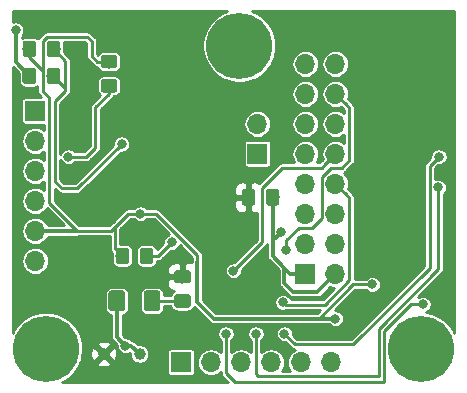
<source format=gbr>
G04 #@! TF.GenerationSoftware,KiCad,Pcbnew,(5.1.2)-1*
G04 #@! TF.CreationDate,2022-01-26T16:29:31-05:00*
G04 #@! TF.ProjectId,telemetry_breakout,74656c65-6d65-4747-9279-5f627265616b,rev?*
G04 #@! TF.SameCoordinates,Original*
G04 #@! TF.FileFunction,Copper,L1,Top*
G04 #@! TF.FilePolarity,Positive*
%FSLAX46Y46*%
G04 Gerber Fmt 4.6, Leading zero omitted, Abs format (unit mm)*
G04 Created by KiCad (PCBNEW (5.1.2)-1) date 2022-01-26 16:29:31*
%MOMM*%
%LPD*%
G04 APERTURE LIST*
%ADD10O,1.700000X1.700000*%
%ADD11R,1.700000X1.700000*%
%ADD12C,0.100000*%
%ADD13C,1.150000*%
%ADD14C,1.425000*%
%ADD15C,1.000000*%
%ADD16C,5.600000*%
%ADD17C,0.800000*%
%ADD18C,0.304800*%
%ADD19C,0.254000*%
G04 APERTURE END LIST*
D10*
X210312000Y-93980000D03*
D11*
X210312000Y-96520000D03*
D10*
X216535000Y-114173000D03*
X213995000Y-114173000D03*
X211455000Y-114173000D03*
X208915000Y-114173000D03*
X206375000Y-114173000D03*
D11*
X203835000Y-114173000D03*
D12*
G36*
X201272505Y-104457204D02*
G01*
X201296773Y-104460804D01*
X201320572Y-104466765D01*
X201343671Y-104475030D01*
X201365850Y-104485520D01*
X201386893Y-104498132D01*
X201406599Y-104512747D01*
X201424777Y-104529223D01*
X201441253Y-104547401D01*
X201455868Y-104567107D01*
X201468480Y-104588150D01*
X201478970Y-104610329D01*
X201487235Y-104633428D01*
X201493196Y-104657227D01*
X201496796Y-104681495D01*
X201498000Y-104705999D01*
X201498000Y-105606001D01*
X201496796Y-105630505D01*
X201493196Y-105654773D01*
X201487235Y-105678572D01*
X201478970Y-105701671D01*
X201468480Y-105723850D01*
X201455868Y-105744893D01*
X201441253Y-105764599D01*
X201424777Y-105782777D01*
X201406599Y-105799253D01*
X201386893Y-105813868D01*
X201365850Y-105826480D01*
X201343671Y-105836970D01*
X201320572Y-105845235D01*
X201296773Y-105851196D01*
X201272505Y-105854796D01*
X201248001Y-105856000D01*
X200597999Y-105856000D01*
X200573495Y-105854796D01*
X200549227Y-105851196D01*
X200525428Y-105845235D01*
X200502329Y-105836970D01*
X200480150Y-105826480D01*
X200459107Y-105813868D01*
X200439401Y-105799253D01*
X200421223Y-105782777D01*
X200404747Y-105764599D01*
X200390132Y-105744893D01*
X200377520Y-105723850D01*
X200367030Y-105701671D01*
X200358765Y-105678572D01*
X200352804Y-105654773D01*
X200349204Y-105630505D01*
X200348000Y-105606001D01*
X200348000Y-104705999D01*
X200349204Y-104681495D01*
X200352804Y-104657227D01*
X200358765Y-104633428D01*
X200367030Y-104610329D01*
X200377520Y-104588150D01*
X200390132Y-104567107D01*
X200404747Y-104547401D01*
X200421223Y-104529223D01*
X200439401Y-104512747D01*
X200459107Y-104498132D01*
X200480150Y-104485520D01*
X200502329Y-104475030D01*
X200525428Y-104466765D01*
X200549227Y-104460804D01*
X200573495Y-104457204D01*
X200597999Y-104456000D01*
X201248001Y-104456000D01*
X201272505Y-104457204D01*
X201272505Y-104457204D01*
G37*
D13*
X200923000Y-105156000D03*
D12*
G36*
X199222505Y-104457204D02*
G01*
X199246773Y-104460804D01*
X199270572Y-104466765D01*
X199293671Y-104475030D01*
X199315850Y-104485520D01*
X199336893Y-104498132D01*
X199356599Y-104512747D01*
X199374777Y-104529223D01*
X199391253Y-104547401D01*
X199405868Y-104567107D01*
X199418480Y-104588150D01*
X199428970Y-104610329D01*
X199437235Y-104633428D01*
X199443196Y-104657227D01*
X199446796Y-104681495D01*
X199448000Y-104705999D01*
X199448000Y-105606001D01*
X199446796Y-105630505D01*
X199443196Y-105654773D01*
X199437235Y-105678572D01*
X199428970Y-105701671D01*
X199418480Y-105723850D01*
X199405868Y-105744893D01*
X199391253Y-105764599D01*
X199374777Y-105782777D01*
X199356599Y-105799253D01*
X199336893Y-105813868D01*
X199315850Y-105826480D01*
X199293671Y-105836970D01*
X199270572Y-105845235D01*
X199246773Y-105851196D01*
X199222505Y-105854796D01*
X199198001Y-105856000D01*
X198547999Y-105856000D01*
X198523495Y-105854796D01*
X198499227Y-105851196D01*
X198475428Y-105845235D01*
X198452329Y-105836970D01*
X198430150Y-105826480D01*
X198409107Y-105813868D01*
X198389401Y-105799253D01*
X198371223Y-105782777D01*
X198354747Y-105764599D01*
X198340132Y-105744893D01*
X198327520Y-105723850D01*
X198317030Y-105701671D01*
X198308765Y-105678572D01*
X198302804Y-105654773D01*
X198299204Y-105630505D01*
X198298000Y-105606001D01*
X198298000Y-104705999D01*
X198299204Y-104681495D01*
X198302804Y-104657227D01*
X198308765Y-104633428D01*
X198317030Y-104610329D01*
X198327520Y-104588150D01*
X198340132Y-104567107D01*
X198354747Y-104547401D01*
X198371223Y-104529223D01*
X198389401Y-104512747D01*
X198409107Y-104498132D01*
X198430150Y-104485520D01*
X198452329Y-104475030D01*
X198475428Y-104466765D01*
X198499227Y-104460804D01*
X198523495Y-104457204D01*
X198547999Y-104456000D01*
X199198001Y-104456000D01*
X199222505Y-104457204D01*
X199222505Y-104457204D01*
G37*
D13*
X198873000Y-105156000D03*
D12*
G36*
X193398505Y-86931204D02*
G01*
X193422773Y-86934804D01*
X193446572Y-86940765D01*
X193469671Y-86949030D01*
X193491850Y-86959520D01*
X193512893Y-86972132D01*
X193532599Y-86986747D01*
X193550777Y-87003223D01*
X193567253Y-87021401D01*
X193581868Y-87041107D01*
X193594480Y-87062150D01*
X193604970Y-87084329D01*
X193613235Y-87107428D01*
X193619196Y-87131227D01*
X193622796Y-87155495D01*
X193624000Y-87179999D01*
X193624000Y-88080001D01*
X193622796Y-88104505D01*
X193619196Y-88128773D01*
X193613235Y-88152572D01*
X193604970Y-88175671D01*
X193594480Y-88197850D01*
X193581868Y-88218893D01*
X193567253Y-88238599D01*
X193550777Y-88256777D01*
X193532599Y-88273253D01*
X193512893Y-88287868D01*
X193491850Y-88300480D01*
X193469671Y-88310970D01*
X193446572Y-88319235D01*
X193422773Y-88325196D01*
X193398505Y-88328796D01*
X193374001Y-88330000D01*
X192723999Y-88330000D01*
X192699495Y-88328796D01*
X192675227Y-88325196D01*
X192651428Y-88319235D01*
X192628329Y-88310970D01*
X192606150Y-88300480D01*
X192585107Y-88287868D01*
X192565401Y-88273253D01*
X192547223Y-88256777D01*
X192530747Y-88238599D01*
X192516132Y-88218893D01*
X192503520Y-88197850D01*
X192493030Y-88175671D01*
X192484765Y-88152572D01*
X192478804Y-88128773D01*
X192475204Y-88104505D01*
X192474000Y-88080001D01*
X192474000Y-87179999D01*
X192475204Y-87155495D01*
X192478804Y-87131227D01*
X192484765Y-87107428D01*
X192493030Y-87084329D01*
X192503520Y-87062150D01*
X192516132Y-87041107D01*
X192530747Y-87021401D01*
X192547223Y-87003223D01*
X192565401Y-86986747D01*
X192585107Y-86972132D01*
X192606150Y-86959520D01*
X192628329Y-86949030D01*
X192651428Y-86940765D01*
X192675227Y-86934804D01*
X192699495Y-86931204D01*
X192723999Y-86930000D01*
X193374001Y-86930000D01*
X193398505Y-86931204D01*
X193398505Y-86931204D01*
G37*
D13*
X193049000Y-87630000D03*
D12*
G36*
X191348505Y-86931204D02*
G01*
X191372773Y-86934804D01*
X191396572Y-86940765D01*
X191419671Y-86949030D01*
X191441850Y-86959520D01*
X191462893Y-86972132D01*
X191482599Y-86986747D01*
X191500777Y-87003223D01*
X191517253Y-87021401D01*
X191531868Y-87041107D01*
X191544480Y-87062150D01*
X191554970Y-87084329D01*
X191563235Y-87107428D01*
X191569196Y-87131227D01*
X191572796Y-87155495D01*
X191574000Y-87179999D01*
X191574000Y-88080001D01*
X191572796Y-88104505D01*
X191569196Y-88128773D01*
X191563235Y-88152572D01*
X191554970Y-88175671D01*
X191544480Y-88197850D01*
X191531868Y-88218893D01*
X191517253Y-88238599D01*
X191500777Y-88256777D01*
X191482599Y-88273253D01*
X191462893Y-88287868D01*
X191441850Y-88300480D01*
X191419671Y-88310970D01*
X191396572Y-88319235D01*
X191372773Y-88325196D01*
X191348505Y-88328796D01*
X191324001Y-88330000D01*
X190673999Y-88330000D01*
X190649495Y-88328796D01*
X190625227Y-88325196D01*
X190601428Y-88319235D01*
X190578329Y-88310970D01*
X190556150Y-88300480D01*
X190535107Y-88287868D01*
X190515401Y-88273253D01*
X190497223Y-88256777D01*
X190480747Y-88238599D01*
X190466132Y-88218893D01*
X190453520Y-88197850D01*
X190443030Y-88175671D01*
X190434765Y-88152572D01*
X190428804Y-88128773D01*
X190425204Y-88104505D01*
X190424000Y-88080001D01*
X190424000Y-87179999D01*
X190425204Y-87155495D01*
X190428804Y-87131227D01*
X190434765Y-87107428D01*
X190443030Y-87084329D01*
X190453520Y-87062150D01*
X190466132Y-87041107D01*
X190480747Y-87021401D01*
X190497223Y-87003223D01*
X190515401Y-86986747D01*
X190535107Y-86972132D01*
X190556150Y-86959520D01*
X190578329Y-86949030D01*
X190601428Y-86940765D01*
X190625227Y-86934804D01*
X190649495Y-86931204D01*
X190673999Y-86930000D01*
X191324001Y-86930000D01*
X191348505Y-86931204D01*
X191348505Y-86931204D01*
G37*
D13*
X190999000Y-87630000D03*
D12*
G36*
X198213505Y-90185704D02*
G01*
X198237773Y-90189304D01*
X198261572Y-90195265D01*
X198284671Y-90203530D01*
X198306850Y-90214020D01*
X198327893Y-90226632D01*
X198347599Y-90241247D01*
X198365777Y-90257723D01*
X198382253Y-90275901D01*
X198396868Y-90295607D01*
X198409480Y-90316650D01*
X198419970Y-90338829D01*
X198428235Y-90361928D01*
X198434196Y-90385727D01*
X198437796Y-90409995D01*
X198439000Y-90434499D01*
X198439000Y-91084501D01*
X198437796Y-91109005D01*
X198434196Y-91133273D01*
X198428235Y-91157072D01*
X198419970Y-91180171D01*
X198409480Y-91202350D01*
X198396868Y-91223393D01*
X198382253Y-91243099D01*
X198365777Y-91261277D01*
X198347599Y-91277753D01*
X198327893Y-91292368D01*
X198306850Y-91304980D01*
X198284671Y-91315470D01*
X198261572Y-91323735D01*
X198237773Y-91329696D01*
X198213505Y-91333296D01*
X198189001Y-91334500D01*
X197288999Y-91334500D01*
X197264495Y-91333296D01*
X197240227Y-91329696D01*
X197216428Y-91323735D01*
X197193329Y-91315470D01*
X197171150Y-91304980D01*
X197150107Y-91292368D01*
X197130401Y-91277753D01*
X197112223Y-91261277D01*
X197095747Y-91243099D01*
X197081132Y-91223393D01*
X197068520Y-91202350D01*
X197058030Y-91180171D01*
X197049765Y-91157072D01*
X197043804Y-91133273D01*
X197040204Y-91109005D01*
X197039000Y-91084501D01*
X197039000Y-90434499D01*
X197040204Y-90409995D01*
X197043804Y-90385727D01*
X197049765Y-90361928D01*
X197058030Y-90338829D01*
X197068520Y-90316650D01*
X197081132Y-90295607D01*
X197095747Y-90275901D01*
X197112223Y-90257723D01*
X197130401Y-90241247D01*
X197150107Y-90226632D01*
X197171150Y-90214020D01*
X197193329Y-90203530D01*
X197216428Y-90195265D01*
X197240227Y-90189304D01*
X197264495Y-90185704D01*
X197288999Y-90184500D01*
X198189001Y-90184500D01*
X198213505Y-90185704D01*
X198213505Y-90185704D01*
G37*
D13*
X197739000Y-90759500D03*
D12*
G36*
X198213505Y-88135704D02*
G01*
X198237773Y-88139304D01*
X198261572Y-88145265D01*
X198284671Y-88153530D01*
X198306850Y-88164020D01*
X198327893Y-88176632D01*
X198347599Y-88191247D01*
X198365777Y-88207723D01*
X198382253Y-88225901D01*
X198396868Y-88245607D01*
X198409480Y-88266650D01*
X198419970Y-88288829D01*
X198428235Y-88311928D01*
X198434196Y-88335727D01*
X198437796Y-88359995D01*
X198439000Y-88384499D01*
X198439000Y-89034501D01*
X198437796Y-89059005D01*
X198434196Y-89083273D01*
X198428235Y-89107072D01*
X198419970Y-89130171D01*
X198409480Y-89152350D01*
X198396868Y-89173393D01*
X198382253Y-89193099D01*
X198365777Y-89211277D01*
X198347599Y-89227753D01*
X198327893Y-89242368D01*
X198306850Y-89254980D01*
X198284671Y-89265470D01*
X198261572Y-89273735D01*
X198237773Y-89279696D01*
X198213505Y-89283296D01*
X198189001Y-89284500D01*
X197288999Y-89284500D01*
X197264495Y-89283296D01*
X197240227Y-89279696D01*
X197216428Y-89273735D01*
X197193329Y-89265470D01*
X197171150Y-89254980D01*
X197150107Y-89242368D01*
X197130401Y-89227753D01*
X197112223Y-89211277D01*
X197095747Y-89193099D01*
X197081132Y-89173393D01*
X197068520Y-89152350D01*
X197058030Y-89130171D01*
X197049765Y-89107072D01*
X197043804Y-89083273D01*
X197040204Y-89059005D01*
X197039000Y-89034501D01*
X197039000Y-88384499D01*
X197040204Y-88359995D01*
X197043804Y-88335727D01*
X197049765Y-88311928D01*
X197058030Y-88288829D01*
X197068520Y-88266650D01*
X197081132Y-88245607D01*
X197095747Y-88225901D01*
X197112223Y-88207723D01*
X197130401Y-88191247D01*
X197150107Y-88176632D01*
X197171150Y-88164020D01*
X197193329Y-88153530D01*
X197216428Y-88145265D01*
X197240227Y-88139304D01*
X197264495Y-88135704D01*
X197288999Y-88134500D01*
X198189001Y-88134500D01*
X198213505Y-88135704D01*
X198213505Y-88135704D01*
G37*
D13*
X197739000Y-88709500D03*
D12*
G36*
X209899505Y-99504204D02*
G01*
X209923773Y-99507804D01*
X209947572Y-99513765D01*
X209970671Y-99522030D01*
X209992850Y-99532520D01*
X210013893Y-99545132D01*
X210033599Y-99559747D01*
X210051777Y-99576223D01*
X210068253Y-99594401D01*
X210082868Y-99614107D01*
X210095480Y-99635150D01*
X210105970Y-99657329D01*
X210114235Y-99680428D01*
X210120196Y-99704227D01*
X210123796Y-99728495D01*
X210125000Y-99752999D01*
X210125000Y-100653001D01*
X210123796Y-100677505D01*
X210120196Y-100701773D01*
X210114235Y-100725572D01*
X210105970Y-100748671D01*
X210095480Y-100770850D01*
X210082868Y-100791893D01*
X210068253Y-100811599D01*
X210051777Y-100829777D01*
X210033599Y-100846253D01*
X210013893Y-100860868D01*
X209992850Y-100873480D01*
X209970671Y-100883970D01*
X209947572Y-100892235D01*
X209923773Y-100898196D01*
X209899505Y-100901796D01*
X209875001Y-100903000D01*
X209224999Y-100903000D01*
X209200495Y-100901796D01*
X209176227Y-100898196D01*
X209152428Y-100892235D01*
X209129329Y-100883970D01*
X209107150Y-100873480D01*
X209086107Y-100860868D01*
X209066401Y-100846253D01*
X209048223Y-100829777D01*
X209031747Y-100811599D01*
X209017132Y-100791893D01*
X209004520Y-100770850D01*
X208994030Y-100748671D01*
X208985765Y-100725572D01*
X208979804Y-100701773D01*
X208976204Y-100677505D01*
X208975000Y-100653001D01*
X208975000Y-99752999D01*
X208976204Y-99728495D01*
X208979804Y-99704227D01*
X208985765Y-99680428D01*
X208994030Y-99657329D01*
X209004520Y-99635150D01*
X209017132Y-99614107D01*
X209031747Y-99594401D01*
X209048223Y-99576223D01*
X209066401Y-99559747D01*
X209086107Y-99545132D01*
X209107150Y-99532520D01*
X209129329Y-99522030D01*
X209152428Y-99513765D01*
X209176227Y-99507804D01*
X209200495Y-99504204D01*
X209224999Y-99503000D01*
X209875001Y-99503000D01*
X209899505Y-99504204D01*
X209899505Y-99504204D01*
G37*
D13*
X209550000Y-100203000D03*
D12*
G36*
X211949505Y-99504204D02*
G01*
X211973773Y-99507804D01*
X211997572Y-99513765D01*
X212020671Y-99522030D01*
X212042850Y-99532520D01*
X212063893Y-99545132D01*
X212083599Y-99559747D01*
X212101777Y-99576223D01*
X212118253Y-99594401D01*
X212132868Y-99614107D01*
X212145480Y-99635150D01*
X212155970Y-99657329D01*
X212164235Y-99680428D01*
X212170196Y-99704227D01*
X212173796Y-99728495D01*
X212175000Y-99752999D01*
X212175000Y-100653001D01*
X212173796Y-100677505D01*
X212170196Y-100701773D01*
X212164235Y-100725572D01*
X212155970Y-100748671D01*
X212145480Y-100770850D01*
X212132868Y-100791893D01*
X212118253Y-100811599D01*
X212101777Y-100829777D01*
X212083599Y-100846253D01*
X212063893Y-100860868D01*
X212042850Y-100873480D01*
X212020671Y-100883970D01*
X211997572Y-100892235D01*
X211973773Y-100898196D01*
X211949505Y-100901796D01*
X211925001Y-100903000D01*
X211274999Y-100903000D01*
X211250495Y-100901796D01*
X211226227Y-100898196D01*
X211202428Y-100892235D01*
X211179329Y-100883970D01*
X211157150Y-100873480D01*
X211136107Y-100860868D01*
X211116401Y-100846253D01*
X211098223Y-100829777D01*
X211081747Y-100811599D01*
X211067132Y-100791893D01*
X211054520Y-100770850D01*
X211044030Y-100748671D01*
X211035765Y-100725572D01*
X211029804Y-100701773D01*
X211026204Y-100677505D01*
X211025000Y-100653001D01*
X211025000Y-99752999D01*
X211026204Y-99728495D01*
X211029804Y-99704227D01*
X211035765Y-99680428D01*
X211044030Y-99657329D01*
X211054520Y-99635150D01*
X211067132Y-99614107D01*
X211081747Y-99594401D01*
X211098223Y-99576223D01*
X211116401Y-99559747D01*
X211136107Y-99545132D01*
X211157150Y-99532520D01*
X211179329Y-99522030D01*
X211202428Y-99513765D01*
X211226227Y-99507804D01*
X211250495Y-99504204D01*
X211274999Y-99503000D01*
X211925001Y-99503000D01*
X211949505Y-99504204D01*
X211949505Y-99504204D01*
G37*
D13*
X211600000Y-100203000D03*
D10*
X216916000Y-88900000D03*
X214376000Y-88900000D03*
X216916000Y-91440000D03*
X214376000Y-91440000D03*
X216916000Y-93980000D03*
X214376000Y-93980000D03*
X216916000Y-96520000D03*
X214376000Y-96520000D03*
X216916000Y-99060000D03*
X214376000Y-99060000D03*
X216916000Y-101600000D03*
X214376000Y-101600000D03*
X216916000Y-104140000D03*
X214376000Y-104140000D03*
X216916000Y-106680000D03*
D11*
X214376000Y-106680000D03*
D12*
G36*
X201872504Y-108092204D02*
G01*
X201896773Y-108095804D01*
X201920571Y-108101765D01*
X201943671Y-108110030D01*
X201965849Y-108120520D01*
X201986893Y-108133133D01*
X202006598Y-108147747D01*
X202024777Y-108164223D01*
X202041253Y-108182402D01*
X202055867Y-108202107D01*
X202068480Y-108223151D01*
X202078970Y-108245329D01*
X202087235Y-108268429D01*
X202093196Y-108292227D01*
X202096796Y-108316496D01*
X202098000Y-108341000D01*
X202098000Y-109591000D01*
X202096796Y-109615504D01*
X202093196Y-109639773D01*
X202087235Y-109663571D01*
X202078970Y-109686671D01*
X202068480Y-109708849D01*
X202055867Y-109729893D01*
X202041253Y-109749598D01*
X202024777Y-109767777D01*
X202006598Y-109784253D01*
X201986893Y-109798867D01*
X201965849Y-109811480D01*
X201943671Y-109821970D01*
X201920571Y-109830235D01*
X201896773Y-109836196D01*
X201872504Y-109839796D01*
X201848000Y-109841000D01*
X200923000Y-109841000D01*
X200898496Y-109839796D01*
X200874227Y-109836196D01*
X200850429Y-109830235D01*
X200827329Y-109821970D01*
X200805151Y-109811480D01*
X200784107Y-109798867D01*
X200764402Y-109784253D01*
X200746223Y-109767777D01*
X200729747Y-109749598D01*
X200715133Y-109729893D01*
X200702520Y-109708849D01*
X200692030Y-109686671D01*
X200683765Y-109663571D01*
X200677804Y-109639773D01*
X200674204Y-109615504D01*
X200673000Y-109591000D01*
X200673000Y-108341000D01*
X200674204Y-108316496D01*
X200677804Y-108292227D01*
X200683765Y-108268429D01*
X200692030Y-108245329D01*
X200702520Y-108223151D01*
X200715133Y-108202107D01*
X200729747Y-108182402D01*
X200746223Y-108164223D01*
X200764402Y-108147747D01*
X200784107Y-108133133D01*
X200805151Y-108120520D01*
X200827329Y-108110030D01*
X200850429Y-108101765D01*
X200874227Y-108095804D01*
X200898496Y-108092204D01*
X200923000Y-108091000D01*
X201848000Y-108091000D01*
X201872504Y-108092204D01*
X201872504Y-108092204D01*
G37*
D14*
X201385500Y-108966000D03*
D12*
G36*
X198897504Y-108092204D02*
G01*
X198921773Y-108095804D01*
X198945571Y-108101765D01*
X198968671Y-108110030D01*
X198990849Y-108120520D01*
X199011893Y-108133133D01*
X199031598Y-108147747D01*
X199049777Y-108164223D01*
X199066253Y-108182402D01*
X199080867Y-108202107D01*
X199093480Y-108223151D01*
X199103970Y-108245329D01*
X199112235Y-108268429D01*
X199118196Y-108292227D01*
X199121796Y-108316496D01*
X199123000Y-108341000D01*
X199123000Y-109591000D01*
X199121796Y-109615504D01*
X199118196Y-109639773D01*
X199112235Y-109663571D01*
X199103970Y-109686671D01*
X199093480Y-109708849D01*
X199080867Y-109729893D01*
X199066253Y-109749598D01*
X199049777Y-109767777D01*
X199031598Y-109784253D01*
X199011893Y-109798867D01*
X198990849Y-109811480D01*
X198968671Y-109821970D01*
X198945571Y-109830235D01*
X198921773Y-109836196D01*
X198897504Y-109839796D01*
X198873000Y-109841000D01*
X197948000Y-109841000D01*
X197923496Y-109839796D01*
X197899227Y-109836196D01*
X197875429Y-109830235D01*
X197852329Y-109821970D01*
X197830151Y-109811480D01*
X197809107Y-109798867D01*
X197789402Y-109784253D01*
X197771223Y-109767777D01*
X197754747Y-109749598D01*
X197740133Y-109729893D01*
X197727520Y-109708849D01*
X197717030Y-109686671D01*
X197708765Y-109663571D01*
X197702804Y-109639773D01*
X197699204Y-109615504D01*
X197698000Y-109591000D01*
X197698000Y-108341000D01*
X197699204Y-108316496D01*
X197702804Y-108292227D01*
X197708765Y-108268429D01*
X197717030Y-108245329D01*
X197727520Y-108223151D01*
X197740133Y-108202107D01*
X197754747Y-108182402D01*
X197771223Y-108164223D01*
X197789402Y-108147747D01*
X197809107Y-108133133D01*
X197830151Y-108120520D01*
X197852329Y-108110030D01*
X197875429Y-108101765D01*
X197899227Y-108095804D01*
X197923496Y-108092204D01*
X197948000Y-108091000D01*
X198873000Y-108091000D01*
X198897504Y-108092204D01*
X198897504Y-108092204D01*
G37*
D14*
X198410500Y-108966000D03*
D12*
G36*
X204436505Y-108401204D02*
G01*
X204460773Y-108404804D01*
X204484572Y-108410765D01*
X204507671Y-108419030D01*
X204529850Y-108429520D01*
X204550893Y-108442132D01*
X204570599Y-108456747D01*
X204588777Y-108473223D01*
X204605253Y-108491401D01*
X204619868Y-108511107D01*
X204632480Y-108532150D01*
X204642970Y-108554329D01*
X204651235Y-108577428D01*
X204657196Y-108601227D01*
X204660796Y-108625495D01*
X204662000Y-108649999D01*
X204662000Y-109300001D01*
X204660796Y-109324505D01*
X204657196Y-109348773D01*
X204651235Y-109372572D01*
X204642970Y-109395671D01*
X204632480Y-109417850D01*
X204619868Y-109438893D01*
X204605253Y-109458599D01*
X204588777Y-109476777D01*
X204570599Y-109493253D01*
X204550893Y-109507868D01*
X204529850Y-109520480D01*
X204507671Y-109530970D01*
X204484572Y-109539235D01*
X204460773Y-109545196D01*
X204436505Y-109548796D01*
X204412001Y-109550000D01*
X203511999Y-109550000D01*
X203487495Y-109548796D01*
X203463227Y-109545196D01*
X203439428Y-109539235D01*
X203416329Y-109530970D01*
X203394150Y-109520480D01*
X203373107Y-109507868D01*
X203353401Y-109493253D01*
X203335223Y-109476777D01*
X203318747Y-109458599D01*
X203304132Y-109438893D01*
X203291520Y-109417850D01*
X203281030Y-109395671D01*
X203272765Y-109372572D01*
X203266804Y-109348773D01*
X203263204Y-109324505D01*
X203262000Y-109300001D01*
X203262000Y-108649999D01*
X203263204Y-108625495D01*
X203266804Y-108601227D01*
X203272765Y-108577428D01*
X203281030Y-108554329D01*
X203291520Y-108532150D01*
X203304132Y-108511107D01*
X203318747Y-108491401D01*
X203335223Y-108473223D01*
X203353401Y-108456747D01*
X203373107Y-108442132D01*
X203394150Y-108429520D01*
X203416329Y-108419030D01*
X203439428Y-108410765D01*
X203463227Y-108404804D01*
X203487495Y-108401204D01*
X203511999Y-108400000D01*
X204412001Y-108400000D01*
X204436505Y-108401204D01*
X204436505Y-108401204D01*
G37*
D13*
X203962000Y-108975000D03*
D12*
G36*
X204436505Y-106351204D02*
G01*
X204460773Y-106354804D01*
X204484572Y-106360765D01*
X204507671Y-106369030D01*
X204529850Y-106379520D01*
X204550893Y-106392132D01*
X204570599Y-106406747D01*
X204588777Y-106423223D01*
X204605253Y-106441401D01*
X204619868Y-106461107D01*
X204632480Y-106482150D01*
X204642970Y-106504329D01*
X204651235Y-106527428D01*
X204657196Y-106551227D01*
X204660796Y-106575495D01*
X204662000Y-106599999D01*
X204662000Y-107250001D01*
X204660796Y-107274505D01*
X204657196Y-107298773D01*
X204651235Y-107322572D01*
X204642970Y-107345671D01*
X204632480Y-107367850D01*
X204619868Y-107388893D01*
X204605253Y-107408599D01*
X204588777Y-107426777D01*
X204570599Y-107443253D01*
X204550893Y-107457868D01*
X204529850Y-107470480D01*
X204507671Y-107480970D01*
X204484572Y-107489235D01*
X204460773Y-107495196D01*
X204436505Y-107498796D01*
X204412001Y-107500000D01*
X203511999Y-107500000D01*
X203487495Y-107498796D01*
X203463227Y-107495196D01*
X203439428Y-107489235D01*
X203416329Y-107480970D01*
X203394150Y-107470480D01*
X203373107Y-107457868D01*
X203353401Y-107443253D01*
X203335223Y-107426777D01*
X203318747Y-107408599D01*
X203304132Y-107388893D01*
X203291520Y-107367850D01*
X203281030Y-107345671D01*
X203272765Y-107322572D01*
X203266804Y-107298773D01*
X203263204Y-107274505D01*
X203262000Y-107250001D01*
X203262000Y-106599999D01*
X203263204Y-106575495D01*
X203266804Y-106551227D01*
X203272765Y-106527428D01*
X203281030Y-106504329D01*
X203291520Y-106482150D01*
X203304132Y-106461107D01*
X203318747Y-106441401D01*
X203335223Y-106423223D01*
X203353401Y-106406747D01*
X203373107Y-106392132D01*
X203394150Y-106379520D01*
X203416329Y-106369030D01*
X203439428Y-106360765D01*
X203463227Y-106354804D01*
X203487495Y-106351204D01*
X203511999Y-106350000D01*
X204412001Y-106350000D01*
X204436505Y-106351204D01*
X204436505Y-106351204D01*
G37*
D13*
X203962000Y-106925000D03*
D10*
X191500000Y-105580000D03*
X191500000Y-103040000D03*
X191500000Y-100500000D03*
X191500000Y-97960000D03*
X191500000Y-95420000D03*
D11*
X191500000Y-92880000D03*
D15*
X200338000Y-113470000D03*
X197290000Y-113470000D03*
D16*
X192405000Y-113030000D03*
X208788000Y-87376000D03*
X224155000Y-113030000D03*
D12*
G36*
X193389505Y-89217204D02*
G01*
X193413773Y-89220804D01*
X193437572Y-89226765D01*
X193460671Y-89235030D01*
X193482850Y-89245520D01*
X193503893Y-89258132D01*
X193523599Y-89272747D01*
X193541777Y-89289223D01*
X193558253Y-89307401D01*
X193572868Y-89327107D01*
X193585480Y-89348150D01*
X193595970Y-89370329D01*
X193604235Y-89393428D01*
X193610196Y-89417227D01*
X193613796Y-89441495D01*
X193615000Y-89465999D01*
X193615000Y-90366001D01*
X193613796Y-90390505D01*
X193610196Y-90414773D01*
X193604235Y-90438572D01*
X193595970Y-90461671D01*
X193585480Y-90483850D01*
X193572868Y-90504893D01*
X193558253Y-90524599D01*
X193541777Y-90542777D01*
X193523599Y-90559253D01*
X193503893Y-90573868D01*
X193482850Y-90586480D01*
X193460671Y-90596970D01*
X193437572Y-90605235D01*
X193413773Y-90611196D01*
X193389505Y-90614796D01*
X193365001Y-90616000D01*
X192714999Y-90616000D01*
X192690495Y-90614796D01*
X192666227Y-90611196D01*
X192642428Y-90605235D01*
X192619329Y-90596970D01*
X192597150Y-90586480D01*
X192576107Y-90573868D01*
X192556401Y-90559253D01*
X192538223Y-90542777D01*
X192521747Y-90524599D01*
X192507132Y-90504893D01*
X192494520Y-90483850D01*
X192484030Y-90461671D01*
X192475765Y-90438572D01*
X192469804Y-90414773D01*
X192466204Y-90390505D01*
X192465000Y-90366001D01*
X192465000Y-89465999D01*
X192466204Y-89441495D01*
X192469804Y-89417227D01*
X192475765Y-89393428D01*
X192484030Y-89370329D01*
X192494520Y-89348150D01*
X192507132Y-89327107D01*
X192521747Y-89307401D01*
X192538223Y-89289223D01*
X192556401Y-89272747D01*
X192576107Y-89258132D01*
X192597150Y-89245520D01*
X192619329Y-89235030D01*
X192642428Y-89226765D01*
X192666227Y-89220804D01*
X192690495Y-89217204D01*
X192714999Y-89216000D01*
X193365001Y-89216000D01*
X193389505Y-89217204D01*
X193389505Y-89217204D01*
G37*
D13*
X193040000Y-89916000D03*
D12*
G36*
X191339505Y-89217204D02*
G01*
X191363773Y-89220804D01*
X191387572Y-89226765D01*
X191410671Y-89235030D01*
X191432850Y-89245520D01*
X191453893Y-89258132D01*
X191473599Y-89272747D01*
X191491777Y-89289223D01*
X191508253Y-89307401D01*
X191522868Y-89327107D01*
X191535480Y-89348150D01*
X191545970Y-89370329D01*
X191554235Y-89393428D01*
X191560196Y-89417227D01*
X191563796Y-89441495D01*
X191565000Y-89465999D01*
X191565000Y-90366001D01*
X191563796Y-90390505D01*
X191560196Y-90414773D01*
X191554235Y-90438572D01*
X191545970Y-90461671D01*
X191535480Y-90483850D01*
X191522868Y-90504893D01*
X191508253Y-90524599D01*
X191491777Y-90542777D01*
X191473599Y-90559253D01*
X191453893Y-90573868D01*
X191432850Y-90586480D01*
X191410671Y-90596970D01*
X191387572Y-90605235D01*
X191363773Y-90611196D01*
X191339505Y-90614796D01*
X191315001Y-90616000D01*
X190664999Y-90616000D01*
X190640495Y-90614796D01*
X190616227Y-90611196D01*
X190592428Y-90605235D01*
X190569329Y-90596970D01*
X190547150Y-90586480D01*
X190526107Y-90573868D01*
X190506401Y-90559253D01*
X190488223Y-90542777D01*
X190471747Y-90524599D01*
X190457132Y-90504893D01*
X190444520Y-90483850D01*
X190434030Y-90461671D01*
X190425765Y-90438572D01*
X190419804Y-90414773D01*
X190416204Y-90390505D01*
X190415000Y-90366001D01*
X190415000Y-89465999D01*
X190416204Y-89441495D01*
X190419804Y-89417227D01*
X190425765Y-89393428D01*
X190434030Y-89370329D01*
X190444520Y-89348150D01*
X190457132Y-89327107D01*
X190471747Y-89307401D01*
X190488223Y-89289223D01*
X190506401Y-89272747D01*
X190526107Y-89258132D01*
X190547150Y-89245520D01*
X190569329Y-89235030D01*
X190592428Y-89226765D01*
X190616227Y-89220804D01*
X190640495Y-89217204D01*
X190664999Y-89216000D01*
X191315001Y-89216000D01*
X191339505Y-89217204D01*
X191339505Y-89217204D01*
G37*
D13*
X190990000Y-89916000D03*
D17*
X199136000Y-112776000D03*
X189855000Y-86039670D03*
X212337933Y-103130067D03*
X195580000Y-110414000D03*
X208534000Y-103251000D03*
X207835500Y-97155000D03*
X205803500Y-89662000D03*
X194310000Y-96774000D03*
X225679000Y-96774000D03*
X212598000Y-111760000D03*
X225626067Y-99366933D03*
X210185000Y-111760000D03*
X224323586Y-109261586D03*
X207645000Y-111760000D03*
X212754837Y-104692339D03*
X208280000Y-106426000D03*
X212471000Y-109093000D03*
X216916000Y-110490000D03*
X220027500Y-107569000D03*
X200406000Y-101600000D03*
X198818500Y-95694500D03*
X203057500Y-104028500D03*
D18*
X198410500Y-112050500D02*
X199136000Y-112776000D01*
X198410500Y-108966000D02*
X198410500Y-112050500D01*
X199644000Y-112776000D02*
X200338000Y-113470000D01*
X199136000Y-112776000D02*
X199644000Y-112776000D01*
X213106000Y-106680000D02*
X214376000Y-106680000D01*
X211600000Y-105156000D02*
X211591000Y-105165000D01*
X190990000Y-89916000D02*
X189855000Y-88781000D01*
X189855000Y-88781000D02*
X189855000Y-86039670D01*
X211854000Y-103614000D02*
X212337933Y-103130067D01*
X211600000Y-103614000D02*
X211854000Y-103614000D01*
X211600000Y-103614000D02*
X211600000Y-105156000D01*
X211600000Y-100203000D02*
X211600000Y-103614000D01*
X212598000Y-106172000D02*
X212598000Y-107442000D01*
X212598000Y-106172000D02*
X213106000Y-106680000D01*
X211591000Y-105165000D02*
X212598000Y-106172000D01*
X212598000Y-107442000D02*
X213360000Y-108204000D01*
X215392000Y-108204000D02*
X216916000Y-106680000D01*
X213360000Y-108204000D02*
X215392000Y-108204000D01*
D19*
X203953000Y-108966000D02*
X203962000Y-108975000D01*
X201385500Y-108966000D02*
X203953000Y-108966000D01*
X197739000Y-91434500D02*
X196596000Y-92577500D01*
X197739000Y-90759500D02*
X197739000Y-91434500D01*
X196596000Y-92577500D02*
X196596000Y-96012000D01*
X196596000Y-96012000D02*
X195834000Y-96774000D01*
X195834000Y-96774000D02*
X194310000Y-96774000D01*
X224899066Y-97553934D02*
X224899066Y-106189934D01*
X225679000Y-96774000D02*
X224899066Y-97553934D01*
X224899066Y-106189934D02*
X218440000Y-112649000D01*
X218440000Y-112649000D02*
X213487000Y-112649000D01*
X213487000Y-112649000D02*
X212598000Y-111760000D01*
X225626067Y-106288905D02*
X220573989Y-111340982D01*
X225626067Y-99366933D02*
X225626067Y-106288905D01*
X220573989Y-111340982D02*
X220573989Y-114833011D01*
X220564999Y-115350001D02*
X210346001Y-115350001D01*
X220573989Y-114833011D02*
X220573989Y-115341011D01*
X220573989Y-115341011D02*
X220564999Y-115350001D01*
X210346001Y-115350001D02*
X210185000Y-115189000D01*
X210185000Y-115189000D02*
X210185000Y-111760000D01*
X221027999Y-111529039D02*
X221027999Y-115852990D01*
X224323586Y-109261586D02*
X223295452Y-109261586D01*
X223295452Y-109261586D02*
X221027999Y-111529039D01*
X221027999Y-115852990D02*
X208435990Y-115852990D01*
X208435990Y-115852990D02*
X207645000Y-115062000D01*
X207645000Y-115062000D02*
X207645000Y-111760000D01*
X218093001Y-92617001D02*
X217765999Y-92289999D01*
X217765999Y-92289999D02*
X216916000Y-91440000D01*
X217480961Y-97697001D02*
X218093001Y-97084961D01*
X216537037Y-97697001D02*
X217480961Y-97697001D01*
X218093001Y-97084961D02*
X218093001Y-92617001D01*
X215738999Y-98495039D02*
X216537037Y-97697001D01*
X215738999Y-101978963D02*
X215738999Y-98495039D01*
X214940961Y-102777001D02*
X215738999Y-101978963D01*
X213811039Y-102777001D02*
X214940961Y-102777001D01*
X212754837Y-103833203D02*
X213811039Y-102777001D01*
X212754837Y-104692339D02*
X212754837Y-103833203D01*
X216066001Y-97369999D02*
X216916000Y-96520000D01*
X215738999Y-97697001D02*
X216066001Y-97369999D01*
X212378981Y-97697001D02*
X215738999Y-97697001D01*
X210688990Y-99386992D02*
X212378981Y-97697001D01*
X210688990Y-104017010D02*
X210688990Y-99386992D01*
X208280000Y-106426000D02*
X210688990Y-104017010D01*
X218093001Y-100237001D02*
X217765999Y-99909999D01*
X217765999Y-99909999D02*
X216916000Y-99060000D01*
X218093001Y-107244961D02*
X218093001Y-100237001D01*
X216026960Y-109311002D02*
X218093001Y-107244961D01*
X214272964Y-109311002D02*
X216026960Y-109311002D01*
X214272964Y-109311002D02*
X212689002Y-109311002D01*
X212689002Y-109311002D02*
X212471000Y-109093000D01*
X215490028Y-110490000D02*
X213423500Y-110490000D01*
X218411028Y-107569000D02*
X215490028Y-110490000D01*
X220027500Y-107569000D02*
X218411028Y-107569000D01*
D18*
X216916000Y-110490000D02*
X213423500Y-110490000D01*
D19*
X192677001Y-91768399D02*
X192677001Y-100665501D01*
X192137990Y-91229388D02*
X192677001Y-91768399D01*
X192677001Y-100665501D02*
X195051500Y-103040000D01*
X190999000Y-88333982D02*
X192137990Y-89472972D01*
X190999000Y-87630000D02*
X190999000Y-88333982D01*
D18*
X195051500Y-103040000D02*
X191500000Y-103040000D01*
D19*
X192137990Y-89902990D02*
X192137990Y-91229388D01*
X192137990Y-89472972D02*
X192137990Y-89902990D01*
X196278500Y-88265000D02*
X196723000Y-88709500D01*
X192137990Y-86949992D02*
X192484992Y-86602990D01*
X196723000Y-88709500D02*
X197739000Y-88709500D01*
X192137990Y-89902990D02*
X192137990Y-86949992D01*
X195632490Y-86602990D02*
X195643500Y-86614000D01*
X192484992Y-86602990D02*
X195632490Y-86602990D01*
X195632490Y-86602990D02*
X195886490Y-86602990D01*
X196278500Y-86995000D02*
X196278500Y-88265000D01*
X195886490Y-86602990D02*
X196278500Y-86995000D01*
X195051500Y-103040000D02*
X197950000Y-103040000D01*
X199390000Y-101600000D02*
X200406000Y-101600000D01*
X198249628Y-102740372D02*
X198374000Y-102616000D01*
X198249628Y-104532628D02*
X198249628Y-102740372D01*
X198873000Y-105156000D02*
X198249628Y-104532628D01*
X197950000Y-103040000D02*
X198374000Y-102616000D01*
X198374000Y-102616000D02*
X199390000Y-101600000D01*
D18*
X213423500Y-110490000D02*
X206635060Y-110490000D01*
X205232000Y-109086940D02*
X205232000Y-105664000D01*
X206635060Y-110490000D02*
X205232000Y-109086940D01*
D19*
X200971685Y-101600000D02*
X200406000Y-101600000D01*
X201704962Y-101600000D02*
X200971685Y-101600000D01*
X205232000Y-105127038D02*
X201704962Y-101600000D01*
X205232000Y-105664000D02*
X205232000Y-105127038D01*
X194056000Y-90932000D02*
X193040000Y-89916000D01*
X194056000Y-88637000D02*
X193049000Y-87630000D01*
X194056000Y-90932000D02*
X194056000Y-88637000D01*
X195072000Y-99441000D02*
X198818500Y-95694500D01*
X193738500Y-99441000D02*
X195072000Y-99441000D01*
X193167000Y-98869500D02*
X193738500Y-99441000D01*
X193167000Y-92075000D02*
X193167000Y-98869500D01*
X194056000Y-90932000D02*
X194056000Y-91186000D01*
X194056000Y-91186000D02*
X193167000Y-92075000D01*
X201930000Y-105156000D02*
X203057500Y-104028500D01*
X200923000Y-105156000D02*
X201930000Y-105156000D01*
G36*
X207305294Y-84602052D02*
G01*
X206792614Y-84944615D01*
X206356615Y-85380614D01*
X206014052Y-85893294D01*
X205778092Y-86462954D01*
X205657800Y-87067702D01*
X205657800Y-87684298D01*
X205778092Y-88289046D01*
X206014052Y-88858706D01*
X206356615Y-89371386D01*
X206792614Y-89807385D01*
X207305294Y-90149948D01*
X207874954Y-90385908D01*
X208479702Y-90506200D01*
X209096298Y-90506200D01*
X209701046Y-90385908D01*
X210270706Y-90149948D01*
X210783386Y-89807385D01*
X211219385Y-89371386D01*
X211534356Y-88900000D01*
X213190090Y-88900000D01*
X213212877Y-89131360D01*
X213280362Y-89353828D01*
X213389952Y-89558856D01*
X213537435Y-89738565D01*
X213717144Y-89886048D01*
X213922172Y-89995638D01*
X214144640Y-90063123D01*
X214318025Y-90080200D01*
X214433975Y-90080200D01*
X214607360Y-90063123D01*
X214829828Y-89995638D01*
X215034856Y-89886048D01*
X215214565Y-89738565D01*
X215362048Y-89558856D01*
X215471638Y-89353828D01*
X215539123Y-89131360D01*
X215561910Y-88900000D01*
X215730090Y-88900000D01*
X215752877Y-89131360D01*
X215820362Y-89353828D01*
X215929952Y-89558856D01*
X216077435Y-89738565D01*
X216257144Y-89886048D01*
X216462172Y-89995638D01*
X216684640Y-90063123D01*
X216858025Y-90080200D01*
X216973975Y-90080200D01*
X217147360Y-90063123D01*
X217369828Y-89995638D01*
X217574856Y-89886048D01*
X217754565Y-89738565D01*
X217902048Y-89558856D01*
X218011638Y-89353828D01*
X218079123Y-89131360D01*
X218101910Y-88900000D01*
X218079123Y-88668640D01*
X218011638Y-88446172D01*
X217902048Y-88241144D01*
X217754565Y-88061435D01*
X217574856Y-87913952D01*
X217369828Y-87804362D01*
X217147360Y-87736877D01*
X216973975Y-87719800D01*
X216858025Y-87719800D01*
X216684640Y-87736877D01*
X216462172Y-87804362D01*
X216257144Y-87913952D01*
X216077435Y-88061435D01*
X215929952Y-88241144D01*
X215820362Y-88446172D01*
X215752877Y-88668640D01*
X215730090Y-88900000D01*
X215561910Y-88900000D01*
X215539123Y-88668640D01*
X215471638Y-88446172D01*
X215362048Y-88241144D01*
X215214565Y-88061435D01*
X215034856Y-87913952D01*
X214829828Y-87804362D01*
X214607360Y-87736877D01*
X214433975Y-87719800D01*
X214318025Y-87719800D01*
X214144640Y-87736877D01*
X213922172Y-87804362D01*
X213717144Y-87913952D01*
X213537435Y-88061435D01*
X213389952Y-88241144D01*
X213280362Y-88446172D01*
X213212877Y-88668640D01*
X213190090Y-88900000D01*
X211534356Y-88900000D01*
X211561948Y-88858706D01*
X211797908Y-88289046D01*
X211918200Y-87684298D01*
X211918200Y-87067702D01*
X211797908Y-86462954D01*
X211561948Y-85893294D01*
X211219385Y-85380614D01*
X210783386Y-84944615D01*
X210270706Y-84602052D01*
X209853403Y-84429200D01*
X226974801Y-84429200D01*
X226974800Y-111657991D01*
X226928948Y-111547294D01*
X226586385Y-111034614D01*
X226150386Y-110598615D01*
X225637706Y-110256052D01*
X225068046Y-110020092D01*
X224617064Y-109930386D01*
X224669465Y-109908681D01*
X224789061Y-109828769D01*
X224890769Y-109727061D01*
X224970681Y-109607465D01*
X225025725Y-109474577D01*
X225053786Y-109333504D01*
X225053786Y-109189668D01*
X225025725Y-109048595D01*
X224970681Y-108915707D01*
X224890769Y-108796111D01*
X224789061Y-108694403D01*
X224669465Y-108614491D01*
X224536577Y-108559447D01*
X224395504Y-108531386D01*
X224251668Y-108531386D01*
X224110595Y-108559447D01*
X223977707Y-108614491D01*
X223885342Y-108676208D01*
X225933481Y-106628070D01*
X225950920Y-106613758D01*
X225965232Y-106596319D01*
X225965238Y-106596313D01*
X226008054Y-106544141D01*
X226050508Y-106464715D01*
X226076652Y-106378532D01*
X226077911Y-106365744D01*
X226083267Y-106311365D01*
X226083267Y-106311357D01*
X226085478Y-106288905D01*
X226083267Y-106266453D01*
X226083267Y-99939645D01*
X226091542Y-99934116D01*
X226193250Y-99832408D01*
X226273162Y-99712812D01*
X226328206Y-99579924D01*
X226356267Y-99438851D01*
X226356267Y-99295015D01*
X226328206Y-99153942D01*
X226273162Y-99021054D01*
X226193250Y-98901458D01*
X226091542Y-98799750D01*
X225971946Y-98719838D01*
X225839058Y-98664794D01*
X225697985Y-98636733D01*
X225554149Y-98636733D01*
X225413076Y-98664794D01*
X225356266Y-98688325D01*
X225356266Y-97743311D01*
X225597319Y-97502258D01*
X225607082Y-97504200D01*
X225750918Y-97504200D01*
X225891991Y-97476139D01*
X226024879Y-97421095D01*
X226144475Y-97341183D01*
X226246183Y-97239475D01*
X226326095Y-97119879D01*
X226381139Y-96986991D01*
X226409200Y-96845918D01*
X226409200Y-96702082D01*
X226381139Y-96561009D01*
X226326095Y-96428121D01*
X226246183Y-96308525D01*
X226144475Y-96206817D01*
X226024879Y-96126905D01*
X225891991Y-96071861D01*
X225750918Y-96043800D01*
X225607082Y-96043800D01*
X225466009Y-96071861D01*
X225333121Y-96126905D01*
X225213525Y-96206817D01*
X225111817Y-96308525D01*
X225031905Y-96428121D01*
X224976861Y-96561009D01*
X224948800Y-96702082D01*
X224948800Y-96845918D01*
X224950742Y-96855681D01*
X224591663Y-97214760D01*
X224574213Y-97229081D01*
X224517079Y-97298699D01*
X224474625Y-97378126D01*
X224448481Y-97464308D01*
X224441866Y-97531475D01*
X224441866Y-97531484D01*
X224439655Y-97553934D01*
X224441866Y-97576384D01*
X224441867Y-106000554D01*
X218250623Y-112191800D01*
X213676378Y-112191800D01*
X213326258Y-111841681D01*
X213328200Y-111831918D01*
X213328200Y-111688082D01*
X213300139Y-111547009D01*
X213245095Y-111414121D01*
X213165183Y-111294525D01*
X213063475Y-111192817D01*
X212943879Y-111112905D01*
X212810991Y-111057861D01*
X212669918Y-111029800D01*
X212526082Y-111029800D01*
X212385009Y-111057861D01*
X212252121Y-111112905D01*
X212132525Y-111192817D01*
X212030817Y-111294525D01*
X211950905Y-111414121D01*
X211895861Y-111547009D01*
X211867800Y-111688082D01*
X211867800Y-111831918D01*
X211895861Y-111972991D01*
X211950905Y-112105879D01*
X212030817Y-112225475D01*
X212132525Y-112327183D01*
X212252121Y-112407095D01*
X212385009Y-112462139D01*
X212526082Y-112490200D01*
X212669918Y-112490200D01*
X212679681Y-112488258D01*
X213147830Y-112956408D01*
X213162147Y-112973853D01*
X213231764Y-113030987D01*
X213311191Y-113073441D01*
X213397373Y-113099585D01*
X213464540Y-113106200D01*
X213464550Y-113106200D01*
X213483693Y-113108085D01*
X213336144Y-113186952D01*
X213156435Y-113334435D01*
X213008952Y-113514144D01*
X212899362Y-113719172D01*
X212831877Y-113941640D01*
X212809090Y-114173000D01*
X212831877Y-114404360D01*
X212899362Y-114626828D01*
X213008952Y-114831856D01*
X213058968Y-114892801D01*
X212391032Y-114892801D01*
X212441048Y-114831856D01*
X212550638Y-114626828D01*
X212618123Y-114404360D01*
X212640910Y-114173000D01*
X212618123Y-113941640D01*
X212550638Y-113719172D01*
X212441048Y-113514144D01*
X212293565Y-113334435D01*
X212113856Y-113186952D01*
X211908828Y-113077362D01*
X211686360Y-113009877D01*
X211512975Y-112992800D01*
X211397025Y-112992800D01*
X211223640Y-113009877D01*
X211001172Y-113077362D01*
X210796144Y-113186952D01*
X210642200Y-113313290D01*
X210642200Y-112332712D01*
X210650475Y-112327183D01*
X210752183Y-112225475D01*
X210832095Y-112105879D01*
X210887139Y-111972991D01*
X210915200Y-111831918D01*
X210915200Y-111688082D01*
X210887139Y-111547009D01*
X210832095Y-111414121D01*
X210752183Y-111294525D01*
X210650475Y-111192817D01*
X210530879Y-111112905D01*
X210397991Y-111057861D01*
X210256918Y-111029800D01*
X210113082Y-111029800D01*
X209972009Y-111057861D01*
X209839121Y-111112905D01*
X209719525Y-111192817D01*
X209617817Y-111294525D01*
X209537905Y-111414121D01*
X209482861Y-111547009D01*
X209454800Y-111688082D01*
X209454800Y-111831918D01*
X209482861Y-111972991D01*
X209537905Y-112105879D01*
X209617817Y-112225475D01*
X209719525Y-112327183D01*
X209727801Y-112332713D01*
X209727801Y-113313291D01*
X209573856Y-113186952D01*
X209368828Y-113077362D01*
X209146360Y-113009877D01*
X208972975Y-112992800D01*
X208857025Y-112992800D01*
X208683640Y-113009877D01*
X208461172Y-113077362D01*
X208256144Y-113186952D01*
X208102200Y-113313290D01*
X208102200Y-112332712D01*
X208110475Y-112327183D01*
X208212183Y-112225475D01*
X208292095Y-112105879D01*
X208347139Y-111972991D01*
X208375200Y-111831918D01*
X208375200Y-111688082D01*
X208347139Y-111547009D01*
X208292095Y-111414121D01*
X208212183Y-111294525D01*
X208110475Y-111192817D01*
X207990879Y-111112905D01*
X207857991Y-111057861D01*
X207716918Y-111029800D01*
X207573082Y-111029800D01*
X207432009Y-111057861D01*
X207299121Y-111112905D01*
X207179525Y-111192817D01*
X207077817Y-111294525D01*
X206997905Y-111414121D01*
X206942861Y-111547009D01*
X206914800Y-111688082D01*
X206914800Y-111831918D01*
X206942861Y-111972991D01*
X206997905Y-112105879D01*
X207077817Y-112225475D01*
X207179525Y-112327183D01*
X207187801Y-112332713D01*
X207187801Y-113313291D01*
X207033856Y-113186952D01*
X206828828Y-113077362D01*
X206606360Y-113009877D01*
X206432975Y-112992800D01*
X206317025Y-112992800D01*
X206143640Y-113009877D01*
X205921172Y-113077362D01*
X205716144Y-113186952D01*
X205536435Y-113334435D01*
X205388952Y-113514144D01*
X205279362Y-113719172D01*
X205211877Y-113941640D01*
X205189090Y-114173000D01*
X205211877Y-114404360D01*
X205279362Y-114626828D01*
X205388952Y-114831856D01*
X205536435Y-115011565D01*
X205716144Y-115159048D01*
X205921172Y-115268638D01*
X206143640Y-115336123D01*
X206317025Y-115353200D01*
X206432975Y-115353200D01*
X206606360Y-115336123D01*
X206828828Y-115268638D01*
X207033856Y-115159048D01*
X207187800Y-115032710D01*
X207187800Y-115039550D01*
X207185589Y-115062000D01*
X207187800Y-115084450D01*
X207187800Y-115084459D01*
X207194415Y-115151626D01*
X207220559Y-115237808D01*
X207263013Y-115317235D01*
X207320147Y-115386853D01*
X207337597Y-115401174D01*
X207786222Y-115849800D01*
X193777009Y-115849800D01*
X193887706Y-115803948D01*
X194400386Y-115461385D01*
X194836385Y-115025386D01*
X195178948Y-114512706D01*
X195288523Y-114248166D01*
X196691439Y-114248166D01*
X196726550Y-114461588D01*
X196930826Y-114552458D01*
X197148905Y-114601731D01*
X197372406Y-114607511D01*
X197592740Y-114569577D01*
X197801440Y-114489387D01*
X197853450Y-114461588D01*
X197888561Y-114248166D01*
X197290000Y-113649605D01*
X196691439Y-114248166D01*
X195288523Y-114248166D01*
X195414908Y-113943046D01*
X195492611Y-113552406D01*
X196152489Y-113552406D01*
X196190423Y-113772740D01*
X196270613Y-113981440D01*
X196298412Y-114033450D01*
X196511834Y-114068561D01*
X197110395Y-113470000D01*
X197469605Y-113470000D01*
X198068166Y-114068561D01*
X198281588Y-114033450D01*
X198372458Y-113829174D01*
X198421731Y-113611095D01*
X198427511Y-113387594D01*
X198389577Y-113167260D01*
X198309387Y-112958560D01*
X198281588Y-112906550D01*
X198068166Y-112871439D01*
X197469605Y-113470000D01*
X197110395Y-113470000D01*
X196511834Y-112871439D01*
X196298412Y-112906550D01*
X196207542Y-113110826D01*
X196158269Y-113328905D01*
X196152489Y-113552406D01*
X195492611Y-113552406D01*
X195535200Y-113338298D01*
X195535200Y-112721702D01*
X195529259Y-112691834D01*
X196691439Y-112691834D01*
X197290000Y-113290395D01*
X197888561Y-112691834D01*
X197853450Y-112478412D01*
X197649174Y-112387542D01*
X197431095Y-112338269D01*
X197207594Y-112332489D01*
X196987260Y-112370423D01*
X196778560Y-112450613D01*
X196726550Y-112478412D01*
X196691439Y-112691834D01*
X195529259Y-112691834D01*
X195414908Y-112116954D01*
X195178948Y-111547294D01*
X194836385Y-111034614D01*
X194400386Y-110598615D01*
X193887706Y-110256052D01*
X193318046Y-110020092D01*
X192713298Y-109899800D01*
X192096702Y-109899800D01*
X191491954Y-110020092D01*
X190922294Y-110256052D01*
X190409614Y-110598615D01*
X189973615Y-111034614D01*
X189631052Y-111547294D01*
X189585200Y-111657991D01*
X189585200Y-108341000D01*
X197366203Y-108341000D01*
X197366203Y-109591000D01*
X197377382Y-109704503D01*
X197410490Y-109813644D01*
X197464253Y-109914229D01*
X197536607Y-110002393D01*
X197624771Y-110074747D01*
X197725356Y-110128510D01*
X197834497Y-110161618D01*
X197927900Y-110170817D01*
X197927901Y-112026785D01*
X197925565Y-112050500D01*
X197934884Y-112145106D01*
X197962478Y-112236076D01*
X198007292Y-112319915D01*
X198050687Y-112372792D01*
X198067600Y-112393401D01*
X198086013Y-112408512D01*
X198405800Y-112728299D01*
X198405800Y-112847918D01*
X198433861Y-112988991D01*
X198488905Y-113121879D01*
X198568817Y-113241475D01*
X198670525Y-113343183D01*
X198790121Y-113423095D01*
X198923009Y-113478139D01*
X199064082Y-113506200D01*
X199207918Y-113506200D01*
X199348991Y-113478139D01*
X199481879Y-113423095D01*
X199507800Y-113405775D01*
X199507800Y-113551768D01*
X199539704Y-113712160D01*
X199602286Y-113863247D01*
X199693142Y-113999222D01*
X199808778Y-114114858D01*
X199944753Y-114205714D01*
X200095840Y-114268296D01*
X200256232Y-114300200D01*
X200419768Y-114300200D01*
X200580160Y-114268296D01*
X200731247Y-114205714D01*
X200867222Y-114114858D01*
X200982858Y-113999222D01*
X201073714Y-113863247D01*
X201136296Y-113712160D01*
X201168200Y-113551768D01*
X201168200Y-113388232D01*
X201155225Y-113323000D01*
X202653203Y-113323000D01*
X202653203Y-115023000D01*
X202659578Y-115087730D01*
X202678460Y-115149973D01*
X202709121Y-115207337D01*
X202750384Y-115257616D01*
X202800663Y-115298879D01*
X202858027Y-115329540D01*
X202920270Y-115348422D01*
X202985000Y-115354797D01*
X204685000Y-115354797D01*
X204749730Y-115348422D01*
X204811973Y-115329540D01*
X204869337Y-115298879D01*
X204919616Y-115257616D01*
X204960879Y-115207337D01*
X204991540Y-115149973D01*
X205010422Y-115087730D01*
X205016797Y-115023000D01*
X205016797Y-113323000D01*
X205010422Y-113258270D01*
X204991540Y-113196027D01*
X204960879Y-113138663D01*
X204919616Y-113088384D01*
X204869337Y-113047121D01*
X204811973Y-113016460D01*
X204749730Y-112997578D01*
X204685000Y-112991203D01*
X202985000Y-112991203D01*
X202920270Y-112997578D01*
X202858027Y-113016460D01*
X202800663Y-113047121D01*
X202750384Y-113088384D01*
X202709121Y-113138663D01*
X202678460Y-113196027D01*
X202659578Y-113258270D01*
X202653203Y-113323000D01*
X201155225Y-113323000D01*
X201136296Y-113227840D01*
X201073714Y-113076753D01*
X200982858Y-112940778D01*
X200867222Y-112825142D01*
X200731247Y-112734286D01*
X200580160Y-112671704D01*
X200419768Y-112639800D01*
X200256232Y-112639800D01*
X200201238Y-112650739D01*
X200002017Y-112451518D01*
X199986901Y-112433099D01*
X199913415Y-112372791D01*
X199829577Y-112327978D01*
X199738606Y-112300383D01*
X199688063Y-112295405D01*
X199601475Y-112208817D01*
X199481879Y-112128905D01*
X199348991Y-112073861D01*
X199207918Y-112045800D01*
X199088299Y-112045800D01*
X198893100Y-111850601D01*
X198893100Y-110170817D01*
X198986503Y-110161618D01*
X199095644Y-110128510D01*
X199196229Y-110074747D01*
X199284393Y-110002393D01*
X199356747Y-109914229D01*
X199410510Y-109813644D01*
X199443618Y-109704503D01*
X199454797Y-109591000D01*
X199454797Y-108341000D01*
X199443618Y-108227497D01*
X199410510Y-108118356D01*
X199356747Y-108017771D01*
X199284393Y-107929607D01*
X199196229Y-107857253D01*
X199095644Y-107803490D01*
X198986503Y-107770382D01*
X198873000Y-107759203D01*
X197948000Y-107759203D01*
X197834497Y-107770382D01*
X197725356Y-107803490D01*
X197624771Y-107857253D01*
X197536607Y-107929607D01*
X197464253Y-108017771D01*
X197410490Y-108118356D01*
X197377382Y-108227497D01*
X197366203Y-108341000D01*
X189585200Y-108341000D01*
X189585200Y-105580000D01*
X190314090Y-105580000D01*
X190336877Y-105811360D01*
X190404362Y-106033828D01*
X190513952Y-106238856D01*
X190661435Y-106418565D01*
X190841144Y-106566048D01*
X191046172Y-106675638D01*
X191268640Y-106743123D01*
X191442025Y-106760200D01*
X191557975Y-106760200D01*
X191731360Y-106743123D01*
X191953828Y-106675638D01*
X192158856Y-106566048D01*
X192338565Y-106418565D01*
X192394834Y-106350000D01*
X202623928Y-106350000D01*
X202627000Y-106639250D01*
X202785750Y-106798000D01*
X203835000Y-106798000D01*
X203835000Y-105873750D01*
X203676250Y-105715000D01*
X203262000Y-105711928D01*
X203137518Y-105724188D01*
X203017820Y-105760498D01*
X202907506Y-105819463D01*
X202810815Y-105898815D01*
X202731463Y-105995506D01*
X202672498Y-106105820D01*
X202636188Y-106225518D01*
X202623928Y-106350000D01*
X192394834Y-106350000D01*
X192486048Y-106238856D01*
X192595638Y-106033828D01*
X192663123Y-105811360D01*
X192685910Y-105580000D01*
X192663123Y-105348640D01*
X192595638Y-105126172D01*
X192486048Y-104921144D01*
X192338565Y-104741435D01*
X192158856Y-104593952D01*
X191953828Y-104484362D01*
X191731360Y-104416877D01*
X191557975Y-104399800D01*
X191442025Y-104399800D01*
X191268640Y-104416877D01*
X191046172Y-104484362D01*
X190841144Y-104593952D01*
X190661435Y-104741435D01*
X190513952Y-104921144D01*
X190404362Y-105126172D01*
X190336877Y-105348640D01*
X190314090Y-105580000D01*
X189585200Y-105580000D01*
X189585200Y-89193699D01*
X190083203Y-89691702D01*
X190083203Y-90366001D01*
X190094382Y-90479504D01*
X190127490Y-90588645D01*
X190181253Y-90689230D01*
X190253607Y-90777393D01*
X190341770Y-90849747D01*
X190442355Y-90903510D01*
X190551496Y-90936618D01*
X190664999Y-90947797D01*
X191315001Y-90947797D01*
X191428504Y-90936618D01*
X191537645Y-90903510D01*
X191638230Y-90849747D01*
X191680791Y-90814818D01*
X191680791Y-91206929D01*
X191678579Y-91229388D01*
X191680791Y-91251848D01*
X191687406Y-91319015D01*
X191707851Y-91386412D01*
X191713550Y-91405197D01*
X191756003Y-91484623D01*
X191792937Y-91529626D01*
X191813138Y-91554241D01*
X191830582Y-91568557D01*
X191960227Y-91698203D01*
X190650000Y-91698203D01*
X190585270Y-91704578D01*
X190523027Y-91723460D01*
X190465663Y-91754121D01*
X190415384Y-91795384D01*
X190374121Y-91845663D01*
X190343460Y-91903027D01*
X190324578Y-91965270D01*
X190318203Y-92030000D01*
X190318203Y-93730000D01*
X190324578Y-93794730D01*
X190343460Y-93856973D01*
X190374121Y-93914337D01*
X190415384Y-93964616D01*
X190465663Y-94005879D01*
X190523027Y-94036540D01*
X190585270Y-94055422D01*
X190650000Y-94061797D01*
X192219801Y-94061797D01*
X192219801Y-94483968D01*
X192158856Y-94433952D01*
X191953828Y-94324362D01*
X191731360Y-94256877D01*
X191557975Y-94239800D01*
X191442025Y-94239800D01*
X191268640Y-94256877D01*
X191046172Y-94324362D01*
X190841144Y-94433952D01*
X190661435Y-94581435D01*
X190513952Y-94761144D01*
X190404362Y-94966172D01*
X190336877Y-95188640D01*
X190314090Y-95420000D01*
X190336877Y-95651360D01*
X190404362Y-95873828D01*
X190513952Y-96078856D01*
X190661435Y-96258565D01*
X190841144Y-96406048D01*
X191046172Y-96515638D01*
X191268640Y-96583123D01*
X191442025Y-96600200D01*
X191557975Y-96600200D01*
X191731360Y-96583123D01*
X191953828Y-96515638D01*
X192158856Y-96406048D01*
X192219802Y-96356031D01*
X192219802Y-97023969D01*
X192158856Y-96973952D01*
X191953828Y-96864362D01*
X191731360Y-96796877D01*
X191557975Y-96779800D01*
X191442025Y-96779800D01*
X191268640Y-96796877D01*
X191046172Y-96864362D01*
X190841144Y-96973952D01*
X190661435Y-97121435D01*
X190513952Y-97301144D01*
X190404362Y-97506172D01*
X190336877Y-97728640D01*
X190314090Y-97960000D01*
X190336877Y-98191360D01*
X190404362Y-98413828D01*
X190513952Y-98618856D01*
X190661435Y-98798565D01*
X190841144Y-98946048D01*
X191046172Y-99055638D01*
X191268640Y-99123123D01*
X191442025Y-99140200D01*
X191557975Y-99140200D01*
X191731360Y-99123123D01*
X191953828Y-99055638D01*
X192158856Y-98946048D01*
X192219802Y-98896031D01*
X192219802Y-99563969D01*
X192158856Y-99513952D01*
X191953828Y-99404362D01*
X191731360Y-99336877D01*
X191557975Y-99319800D01*
X191442025Y-99319800D01*
X191268640Y-99336877D01*
X191046172Y-99404362D01*
X190841144Y-99513952D01*
X190661435Y-99661435D01*
X190513952Y-99841144D01*
X190404362Y-100046172D01*
X190336877Y-100268640D01*
X190314090Y-100500000D01*
X190336877Y-100731360D01*
X190404362Y-100953828D01*
X190513952Y-101158856D01*
X190661435Y-101338565D01*
X190841144Y-101486048D01*
X191046172Y-101595638D01*
X191268640Y-101663123D01*
X191442025Y-101680200D01*
X191557975Y-101680200D01*
X191731360Y-101663123D01*
X191953828Y-101595638D01*
X192158856Y-101486048D01*
X192338565Y-101338565D01*
X192486048Y-101158856D01*
X192499191Y-101134268D01*
X193922322Y-102557400D01*
X192580259Y-102557400D01*
X192486048Y-102381144D01*
X192338565Y-102201435D01*
X192158856Y-102053952D01*
X191953828Y-101944362D01*
X191731360Y-101876877D01*
X191557975Y-101859800D01*
X191442025Y-101859800D01*
X191268640Y-101876877D01*
X191046172Y-101944362D01*
X190841144Y-102053952D01*
X190661435Y-102201435D01*
X190513952Y-102381144D01*
X190404362Y-102586172D01*
X190336877Y-102808640D01*
X190314090Y-103040000D01*
X190336877Y-103271360D01*
X190404362Y-103493828D01*
X190513952Y-103698856D01*
X190661435Y-103878565D01*
X190841144Y-104026048D01*
X191046172Y-104135638D01*
X191268640Y-104203123D01*
X191442025Y-104220200D01*
X191557975Y-104220200D01*
X191731360Y-104203123D01*
X191953828Y-104135638D01*
X192158856Y-104026048D01*
X192338565Y-103878565D01*
X192486048Y-103698856D01*
X192580259Y-103522600D01*
X195075207Y-103522600D01*
X195146106Y-103515617D01*
X195206820Y-103497200D01*
X197792429Y-103497200D01*
X197792428Y-104510178D01*
X197790217Y-104532628D01*
X197792428Y-104555078D01*
X197792428Y-104555087D01*
X197799043Y-104622254D01*
X197825187Y-104708436D01*
X197867641Y-104787863D01*
X197924775Y-104857481D01*
X197942225Y-104871802D01*
X197966203Y-104895780D01*
X197966203Y-105606001D01*
X197977382Y-105719504D01*
X198010490Y-105828645D01*
X198064253Y-105929230D01*
X198136607Y-106017393D01*
X198224770Y-106089747D01*
X198325355Y-106143510D01*
X198434496Y-106176618D01*
X198547999Y-106187797D01*
X199198001Y-106187797D01*
X199311504Y-106176618D01*
X199420645Y-106143510D01*
X199521230Y-106089747D01*
X199609393Y-106017393D01*
X199681747Y-105929230D01*
X199735510Y-105828645D01*
X199768618Y-105719504D01*
X199779797Y-105606001D01*
X199779797Y-104705999D01*
X199768618Y-104592496D01*
X199735510Y-104483355D01*
X199681747Y-104382770D01*
X199609393Y-104294607D01*
X199521230Y-104222253D01*
X199420645Y-104168490D01*
X199311504Y-104135382D01*
X199198001Y-104124203D01*
X198706828Y-104124203D01*
X198706828Y-102929751D01*
X198713171Y-102923408D01*
X198713180Y-102923397D01*
X199579378Y-102057200D01*
X199833288Y-102057200D01*
X199838817Y-102065475D01*
X199940525Y-102167183D01*
X200060121Y-102247095D01*
X200193009Y-102302139D01*
X200334082Y-102330200D01*
X200477918Y-102330200D01*
X200618991Y-102302139D01*
X200751879Y-102247095D01*
X200871475Y-102167183D01*
X200973183Y-102065475D01*
X200978712Y-102057200D01*
X201515585Y-102057200D01*
X202802250Y-103343865D01*
X202711621Y-103381405D01*
X202592025Y-103461317D01*
X202490317Y-103563025D01*
X202410405Y-103682621D01*
X202355361Y-103815509D01*
X202327300Y-103956582D01*
X202327300Y-104100418D01*
X202329242Y-104110180D01*
X201821156Y-104618267D01*
X201818618Y-104592496D01*
X201785510Y-104483355D01*
X201731747Y-104382770D01*
X201659393Y-104294607D01*
X201571230Y-104222253D01*
X201470645Y-104168490D01*
X201361504Y-104135382D01*
X201248001Y-104124203D01*
X200597999Y-104124203D01*
X200484496Y-104135382D01*
X200375355Y-104168490D01*
X200274770Y-104222253D01*
X200186607Y-104294607D01*
X200114253Y-104382770D01*
X200060490Y-104483355D01*
X200027382Y-104592496D01*
X200016203Y-104705999D01*
X200016203Y-105606001D01*
X200027382Y-105719504D01*
X200060490Y-105828645D01*
X200114253Y-105929230D01*
X200186607Y-106017393D01*
X200274770Y-106089747D01*
X200375355Y-106143510D01*
X200484496Y-106176618D01*
X200597999Y-106187797D01*
X201248001Y-106187797D01*
X201361504Y-106176618D01*
X201470645Y-106143510D01*
X201571230Y-106089747D01*
X201659393Y-106017393D01*
X201731747Y-105929230D01*
X201785510Y-105828645D01*
X201818618Y-105719504D01*
X201829088Y-105613200D01*
X201907550Y-105613200D01*
X201930000Y-105615411D01*
X201952450Y-105613200D01*
X201952460Y-105613200D01*
X202019627Y-105606585D01*
X202105809Y-105580441D01*
X202185236Y-105537987D01*
X202254853Y-105480853D01*
X202269174Y-105463403D01*
X202975820Y-104756758D01*
X202985582Y-104758700D01*
X203129418Y-104758700D01*
X203270491Y-104730639D01*
X203403379Y-104675595D01*
X203522975Y-104595683D01*
X203624683Y-104493975D01*
X203704595Y-104374379D01*
X203742135Y-104283750D01*
X204774801Y-105316417D01*
X204774800Y-105508682D01*
X204756384Y-105569394D01*
X204749401Y-105640293D01*
X204749401Y-105720536D01*
X204662000Y-105711928D01*
X204247750Y-105715000D01*
X204089000Y-105873750D01*
X204089000Y-106798000D01*
X204109000Y-106798000D01*
X204109000Y-107052000D01*
X204089000Y-107052000D01*
X204089000Y-107072000D01*
X203835000Y-107072000D01*
X203835000Y-107052000D01*
X202785750Y-107052000D01*
X202627000Y-107210750D01*
X202623928Y-107500000D01*
X202636188Y-107624482D01*
X202672498Y-107744180D01*
X202731463Y-107854494D01*
X202810815Y-107951185D01*
X202907506Y-108030537D01*
X203017820Y-108089502D01*
X203137518Y-108125812D01*
X203244684Y-108136367D01*
X203188770Y-108166253D01*
X203100607Y-108238607D01*
X203028253Y-108326770D01*
X202974490Y-108427355D01*
X202949784Y-108508800D01*
X202429797Y-108508800D01*
X202429797Y-108341000D01*
X202418618Y-108227497D01*
X202385510Y-108118356D01*
X202331747Y-108017771D01*
X202259393Y-107929607D01*
X202171229Y-107857253D01*
X202070644Y-107803490D01*
X201961503Y-107770382D01*
X201848000Y-107759203D01*
X200923000Y-107759203D01*
X200809497Y-107770382D01*
X200700356Y-107803490D01*
X200599771Y-107857253D01*
X200511607Y-107929607D01*
X200439253Y-108017771D01*
X200385490Y-108118356D01*
X200352382Y-108227497D01*
X200341203Y-108341000D01*
X200341203Y-109591000D01*
X200352382Y-109704503D01*
X200385490Y-109813644D01*
X200439253Y-109914229D01*
X200511607Y-110002393D01*
X200599771Y-110074747D01*
X200700356Y-110128510D01*
X200809497Y-110161618D01*
X200923000Y-110172797D01*
X201848000Y-110172797D01*
X201961503Y-110161618D01*
X202070644Y-110128510D01*
X202171229Y-110074747D01*
X202259393Y-110002393D01*
X202331747Y-109914229D01*
X202385510Y-109813644D01*
X202418618Y-109704503D01*
X202429797Y-109591000D01*
X202429797Y-109423200D01*
X202944323Y-109423200D01*
X202974490Y-109522645D01*
X203028253Y-109623230D01*
X203100607Y-109711393D01*
X203188770Y-109783747D01*
X203289355Y-109837510D01*
X203398496Y-109870618D01*
X203511999Y-109881797D01*
X204412001Y-109881797D01*
X204525504Y-109870618D01*
X204634645Y-109837510D01*
X204735230Y-109783747D01*
X204823393Y-109711393D01*
X204895747Y-109623230D01*
X204949510Y-109522645D01*
X204957818Y-109495257D01*
X206277043Y-110814482D01*
X206292159Y-110832901D01*
X206365645Y-110893209D01*
X206449483Y-110938022D01*
X206540454Y-110965617D01*
X206611353Y-110972600D01*
X206611362Y-110972600D01*
X206635059Y-110974934D01*
X206658756Y-110972600D01*
X216365942Y-110972600D01*
X216450525Y-111057183D01*
X216570121Y-111137095D01*
X216703009Y-111192139D01*
X216844082Y-111220200D01*
X216987918Y-111220200D01*
X217128991Y-111192139D01*
X217261879Y-111137095D01*
X217381475Y-111057183D01*
X217483183Y-110955475D01*
X217563095Y-110835879D01*
X217618139Y-110702991D01*
X217646200Y-110561918D01*
X217646200Y-110418082D01*
X217618139Y-110277009D01*
X217563095Y-110144121D01*
X217483183Y-110024525D01*
X217381475Y-109922817D01*
X217261879Y-109842905D01*
X217128991Y-109787861D01*
X216987918Y-109759800D01*
X216866805Y-109759800D01*
X218600406Y-108026200D01*
X219454788Y-108026200D01*
X219460317Y-108034475D01*
X219562025Y-108136183D01*
X219681621Y-108216095D01*
X219814509Y-108271139D01*
X219955582Y-108299200D01*
X220099418Y-108299200D01*
X220240491Y-108271139D01*
X220373379Y-108216095D01*
X220492975Y-108136183D01*
X220594683Y-108034475D01*
X220674595Y-107914879D01*
X220729639Y-107781991D01*
X220757700Y-107640918D01*
X220757700Y-107497082D01*
X220729639Y-107356009D01*
X220674595Y-107223121D01*
X220594683Y-107103525D01*
X220492975Y-107001817D01*
X220373379Y-106921905D01*
X220240491Y-106866861D01*
X220099418Y-106838800D01*
X219955582Y-106838800D01*
X219814509Y-106866861D01*
X219681621Y-106921905D01*
X219562025Y-107001817D01*
X219460317Y-107103525D01*
X219454788Y-107111800D01*
X218550201Y-107111800D01*
X218550201Y-100259451D01*
X218552412Y-100237001D01*
X218550201Y-100214551D01*
X218550201Y-100214541D01*
X218543586Y-100147374D01*
X218521934Y-100076000D01*
X218517442Y-100061191D01*
X218474988Y-99981765D01*
X218432172Y-99929593D01*
X218432166Y-99929587D01*
X218417854Y-99912148D01*
X218400414Y-99897835D01*
X218105173Y-99602596D01*
X218105169Y-99602591D01*
X218012748Y-99510170D01*
X218079123Y-99291360D01*
X218101910Y-99060000D01*
X218079123Y-98828640D01*
X218011638Y-98606172D01*
X217902048Y-98401144D01*
X217754565Y-98221435D01*
X217639213Y-98126768D01*
X217656770Y-98121442D01*
X217736197Y-98078988D01*
X217805814Y-98021854D01*
X217820135Y-98004404D01*
X218400410Y-97424130D01*
X218417854Y-97409814D01*
X218459914Y-97358565D01*
X218474988Y-97340198D01*
X218506964Y-97280373D01*
X218517442Y-97260770D01*
X218543586Y-97174588D01*
X218550201Y-97107421D01*
X218550201Y-97107412D01*
X218552412Y-97084962D01*
X218550201Y-97062512D01*
X218550201Y-92639451D01*
X218552412Y-92617001D01*
X218550201Y-92594551D01*
X218550201Y-92594541D01*
X218543586Y-92527374D01*
X218517442Y-92441192D01*
X218517442Y-92441191D01*
X218474988Y-92361765D01*
X218432172Y-92309593D01*
X218432166Y-92309587D01*
X218417854Y-92292148D01*
X218400414Y-92277835D01*
X218105173Y-91982596D01*
X218105169Y-91982591D01*
X218012748Y-91890170D01*
X218079123Y-91671360D01*
X218101910Y-91440000D01*
X218079123Y-91208640D01*
X218011638Y-90986172D01*
X217902048Y-90781144D01*
X217754565Y-90601435D01*
X217574856Y-90453952D01*
X217369828Y-90344362D01*
X217147360Y-90276877D01*
X216973975Y-90259800D01*
X216858025Y-90259800D01*
X216684640Y-90276877D01*
X216462172Y-90344362D01*
X216257144Y-90453952D01*
X216077435Y-90601435D01*
X215929952Y-90781144D01*
X215820362Y-90986172D01*
X215752877Y-91208640D01*
X215730090Y-91440000D01*
X215752877Y-91671360D01*
X215820362Y-91893828D01*
X215929952Y-92098856D01*
X216077435Y-92278565D01*
X216257144Y-92426048D01*
X216462172Y-92535638D01*
X216684640Y-92603123D01*
X216858025Y-92620200D01*
X216973975Y-92620200D01*
X217147360Y-92603123D01*
X217366170Y-92536748D01*
X217458591Y-92629169D01*
X217458596Y-92629173D01*
X217635802Y-92806380D01*
X217635802Y-93043969D01*
X217574856Y-92993952D01*
X217369828Y-92884362D01*
X217147360Y-92816877D01*
X216973975Y-92799800D01*
X216858025Y-92799800D01*
X216684640Y-92816877D01*
X216462172Y-92884362D01*
X216257144Y-92993952D01*
X216077435Y-93141435D01*
X215929952Y-93321144D01*
X215820362Y-93526172D01*
X215752877Y-93748640D01*
X215730090Y-93980000D01*
X215752877Y-94211360D01*
X215820362Y-94433828D01*
X215929952Y-94638856D01*
X216077435Y-94818565D01*
X216257144Y-94966048D01*
X216462172Y-95075638D01*
X216684640Y-95143123D01*
X216858025Y-95160200D01*
X216973975Y-95160200D01*
X217147360Y-95143123D01*
X217369828Y-95075638D01*
X217574856Y-94966048D01*
X217635801Y-94916031D01*
X217635801Y-95583968D01*
X217574856Y-95533952D01*
X217369828Y-95424362D01*
X217147360Y-95356877D01*
X216973975Y-95339800D01*
X216858025Y-95339800D01*
X216684640Y-95356877D01*
X216462172Y-95424362D01*
X216257144Y-95533952D01*
X216077435Y-95681435D01*
X215929952Y-95861144D01*
X215820362Y-96066172D01*
X215752877Y-96288640D01*
X215730090Y-96520000D01*
X215752877Y-96751360D01*
X215819252Y-96970170D01*
X215758604Y-97030819D01*
X215758593Y-97030828D01*
X215549621Y-97239801D01*
X215312032Y-97239801D01*
X215362048Y-97178856D01*
X215471638Y-96973828D01*
X215539123Y-96751360D01*
X215561910Y-96520000D01*
X215539123Y-96288640D01*
X215471638Y-96066172D01*
X215362048Y-95861144D01*
X215214565Y-95681435D01*
X215034856Y-95533952D01*
X214829828Y-95424362D01*
X214607360Y-95356877D01*
X214433975Y-95339800D01*
X214318025Y-95339800D01*
X214144640Y-95356877D01*
X213922172Y-95424362D01*
X213717144Y-95533952D01*
X213537435Y-95681435D01*
X213389952Y-95861144D01*
X213280362Y-96066172D01*
X213212877Y-96288640D01*
X213190090Y-96520000D01*
X213212877Y-96751360D01*
X213280362Y-96973828D01*
X213389952Y-97178856D01*
X213439968Y-97239801D01*
X212401430Y-97239801D01*
X212378980Y-97237590D01*
X212356530Y-97239801D01*
X212356521Y-97239801D01*
X212289354Y-97246416D01*
X212203172Y-97272560D01*
X212123745Y-97315014D01*
X212054128Y-97372148D01*
X212039811Y-97389593D01*
X210464798Y-98964607D01*
X210369180Y-98913498D01*
X210249482Y-98877188D01*
X210125000Y-98864928D01*
X209835750Y-98868000D01*
X209677000Y-99026750D01*
X209677000Y-100076000D01*
X209697000Y-100076000D01*
X209697000Y-100330000D01*
X209677000Y-100330000D01*
X209677000Y-101379250D01*
X209835750Y-101538000D01*
X210125000Y-101541072D01*
X210231791Y-101530554D01*
X210231790Y-103827632D01*
X208361681Y-105697742D01*
X208351918Y-105695800D01*
X208208082Y-105695800D01*
X208067009Y-105723861D01*
X207934121Y-105778905D01*
X207814525Y-105858817D01*
X207712817Y-105960525D01*
X207632905Y-106080121D01*
X207577861Y-106213009D01*
X207549800Y-106354082D01*
X207549800Y-106497918D01*
X207577861Y-106638991D01*
X207632905Y-106771879D01*
X207712817Y-106891475D01*
X207814525Y-106993183D01*
X207934121Y-107073095D01*
X208067009Y-107128139D01*
X208208082Y-107156200D01*
X208351918Y-107156200D01*
X208492991Y-107128139D01*
X208625879Y-107073095D01*
X208745475Y-106993183D01*
X208847183Y-106891475D01*
X208927095Y-106771879D01*
X208982139Y-106638991D01*
X209010200Y-106497918D01*
X209010200Y-106354082D01*
X209008258Y-106344319D01*
X210996399Y-104356179D01*
X211013843Y-104341863D01*
X211052626Y-104294607D01*
X211070977Y-104272247D01*
X211098796Y-104220200D01*
X211113431Y-104192819D01*
X211117400Y-104179734D01*
X211117401Y-105063745D01*
X211115384Y-105070394D01*
X211106065Y-105165000D01*
X211115384Y-105259606D01*
X211142978Y-105350576D01*
X211187792Y-105434415D01*
X211232987Y-105489486D01*
X211232992Y-105489491D01*
X211248100Y-105507900D01*
X211266509Y-105523008D01*
X212115400Y-106371900D01*
X212115401Y-107418285D01*
X212113065Y-107442000D01*
X212122384Y-107536606D01*
X212149978Y-107627576D01*
X212194792Y-107711415D01*
X212238453Y-107764616D01*
X212255100Y-107784901D01*
X212273513Y-107800012D01*
X213001987Y-108528487D01*
X213017099Y-108546901D01*
X213090585Y-108607209D01*
X213154078Y-108641147D01*
X213174423Y-108652022D01*
X213265393Y-108679617D01*
X213360000Y-108688935D01*
X213383707Y-108686600D01*
X215368295Y-108686600D01*
X215392000Y-108688935D01*
X215415705Y-108686600D01*
X215415707Y-108686600D01*
X215486606Y-108679617D01*
X215577577Y-108652022D01*
X215661415Y-108607209D01*
X215734901Y-108546901D01*
X215750017Y-108528482D01*
X216493391Y-107785108D01*
X216684640Y-107843123D01*
X216833591Y-107857793D01*
X215837583Y-108853802D01*
X213162284Y-108853802D01*
X213118095Y-108747121D01*
X213038183Y-108627525D01*
X212936475Y-108525817D01*
X212816879Y-108445905D01*
X212683991Y-108390861D01*
X212542918Y-108362800D01*
X212399082Y-108362800D01*
X212258009Y-108390861D01*
X212125121Y-108445905D01*
X212005525Y-108525817D01*
X211903817Y-108627525D01*
X211823905Y-108747121D01*
X211768861Y-108880009D01*
X211740800Y-109021082D01*
X211740800Y-109164918D01*
X211768861Y-109305991D01*
X211823905Y-109438879D01*
X211903817Y-109558475D01*
X212005525Y-109660183D01*
X212125121Y-109740095D01*
X212258009Y-109795139D01*
X212399082Y-109823200D01*
X212542918Y-109823200D01*
X212683991Y-109795139D01*
X212749023Y-109768202D01*
X215565249Y-109768202D01*
X215326051Y-110007400D01*
X206834959Y-110007400D01*
X205714600Y-108887041D01*
X205714600Y-105640293D01*
X205707617Y-105569394D01*
X205689200Y-105508680D01*
X205689200Y-105149488D01*
X205691411Y-105127038D01*
X205689200Y-105104588D01*
X205689200Y-105104578D01*
X205682585Y-105037411D01*
X205656441Y-104951229D01*
X205613987Y-104871802D01*
X205556853Y-104802185D01*
X205539408Y-104787868D01*
X202044136Y-101292597D01*
X202029815Y-101275147D01*
X201960198Y-101218013D01*
X201880771Y-101175559D01*
X201794589Y-101149415D01*
X201727422Y-101142800D01*
X201727412Y-101142800D01*
X201704962Y-101140589D01*
X201682512Y-101142800D01*
X200978712Y-101142800D01*
X200973183Y-101134525D01*
X200871475Y-101032817D01*
X200751879Y-100952905D01*
X200631398Y-100903000D01*
X208336928Y-100903000D01*
X208349188Y-101027482D01*
X208385498Y-101147180D01*
X208444463Y-101257494D01*
X208523815Y-101354185D01*
X208620506Y-101433537D01*
X208730820Y-101492502D01*
X208850518Y-101528812D01*
X208975000Y-101541072D01*
X209264250Y-101538000D01*
X209423000Y-101379250D01*
X209423000Y-100330000D01*
X208498750Y-100330000D01*
X208340000Y-100488750D01*
X208336928Y-100903000D01*
X200631398Y-100903000D01*
X200618991Y-100897861D01*
X200477918Y-100869800D01*
X200334082Y-100869800D01*
X200193009Y-100897861D01*
X200060121Y-100952905D01*
X199940525Y-101032817D01*
X199838817Y-101134525D01*
X199833288Y-101142800D01*
X199412450Y-101142800D01*
X199390000Y-101140589D01*
X199367550Y-101142800D01*
X199367540Y-101142800D01*
X199300373Y-101149415D01*
X199214191Y-101175559D01*
X199134764Y-101218013D01*
X199065147Y-101275147D01*
X199050830Y-101292592D01*
X198066603Y-102276820D01*
X198066592Y-102276829D01*
X197942213Y-102401209D01*
X197924776Y-102415519D01*
X197910465Y-102432956D01*
X197760622Y-102582800D01*
X195240879Y-102582800D01*
X193134201Y-100476124D01*
X193134201Y-99483279D01*
X193399330Y-99748408D01*
X193413647Y-99765853D01*
X193483264Y-99822987D01*
X193562691Y-99865441D01*
X193648873Y-99891585D01*
X193716040Y-99898200D01*
X193716049Y-99898200D01*
X193738499Y-99900411D01*
X193760949Y-99898200D01*
X195049550Y-99898200D01*
X195072000Y-99900411D01*
X195094450Y-99898200D01*
X195094460Y-99898200D01*
X195161627Y-99891585D01*
X195247809Y-99865441D01*
X195327236Y-99822987D01*
X195396853Y-99765853D01*
X195411174Y-99748403D01*
X195656577Y-99503000D01*
X208336928Y-99503000D01*
X208340000Y-99917250D01*
X208498750Y-100076000D01*
X209423000Y-100076000D01*
X209423000Y-99026750D01*
X209264250Y-98868000D01*
X208975000Y-98864928D01*
X208850518Y-98877188D01*
X208730820Y-98913498D01*
X208620506Y-98972463D01*
X208523815Y-99051815D01*
X208444463Y-99148506D01*
X208385498Y-99258820D01*
X208349188Y-99378518D01*
X208336928Y-99503000D01*
X195656577Y-99503000D01*
X198736820Y-96422758D01*
X198746582Y-96424700D01*
X198890418Y-96424700D01*
X199031491Y-96396639D01*
X199164379Y-96341595D01*
X199283975Y-96261683D01*
X199385683Y-96159975D01*
X199465595Y-96040379D01*
X199520639Y-95907491D01*
X199548700Y-95766418D01*
X199548700Y-95670000D01*
X209130203Y-95670000D01*
X209130203Y-97370000D01*
X209136578Y-97434730D01*
X209155460Y-97496973D01*
X209186121Y-97554337D01*
X209227384Y-97604616D01*
X209277663Y-97645879D01*
X209335027Y-97676540D01*
X209397270Y-97695422D01*
X209462000Y-97701797D01*
X211162000Y-97701797D01*
X211226730Y-97695422D01*
X211288973Y-97676540D01*
X211346337Y-97645879D01*
X211396616Y-97604616D01*
X211437879Y-97554337D01*
X211468540Y-97496973D01*
X211487422Y-97434730D01*
X211493797Y-97370000D01*
X211493797Y-95670000D01*
X211487422Y-95605270D01*
X211468540Y-95543027D01*
X211437879Y-95485663D01*
X211396616Y-95435384D01*
X211346337Y-95394121D01*
X211288973Y-95363460D01*
X211226730Y-95344578D01*
X211162000Y-95338203D01*
X209462000Y-95338203D01*
X209397270Y-95344578D01*
X209335027Y-95363460D01*
X209277663Y-95394121D01*
X209227384Y-95435384D01*
X209186121Y-95485663D01*
X209155460Y-95543027D01*
X209136578Y-95605270D01*
X209130203Y-95670000D01*
X199548700Y-95670000D01*
X199548700Y-95622582D01*
X199520639Y-95481509D01*
X199465595Y-95348621D01*
X199385683Y-95229025D01*
X199283975Y-95127317D01*
X199164379Y-95047405D01*
X199031491Y-94992361D01*
X198890418Y-94964300D01*
X198746582Y-94964300D01*
X198605509Y-94992361D01*
X198472621Y-95047405D01*
X198353025Y-95127317D01*
X198251317Y-95229025D01*
X198171405Y-95348621D01*
X198116361Y-95481509D01*
X198088300Y-95622582D01*
X198088300Y-95766418D01*
X198090242Y-95776180D01*
X194882623Y-98983800D01*
X193927878Y-98983800D01*
X193624200Y-98680123D01*
X193624200Y-97026437D01*
X193662905Y-97119879D01*
X193742817Y-97239475D01*
X193844525Y-97341183D01*
X193964121Y-97421095D01*
X194097009Y-97476139D01*
X194238082Y-97504200D01*
X194381918Y-97504200D01*
X194522991Y-97476139D01*
X194655879Y-97421095D01*
X194775475Y-97341183D01*
X194877183Y-97239475D01*
X194882712Y-97231200D01*
X195811550Y-97231200D01*
X195834000Y-97233411D01*
X195856450Y-97231200D01*
X195856460Y-97231200D01*
X195923627Y-97224585D01*
X196009809Y-97198441D01*
X196089236Y-97155987D01*
X196158853Y-97098853D01*
X196173174Y-97081403D01*
X196903413Y-96351165D01*
X196920853Y-96336853D01*
X196935165Y-96319414D01*
X196935171Y-96319408D01*
X196977987Y-96267236D01*
X197020441Y-96187810D01*
X197035547Y-96138013D01*
X197046585Y-96101627D01*
X197053200Y-96034460D01*
X197053200Y-96034450D01*
X197055411Y-96012000D01*
X197053200Y-95989550D01*
X197053200Y-93980000D01*
X209126090Y-93980000D01*
X209148877Y-94211360D01*
X209216362Y-94433828D01*
X209325952Y-94638856D01*
X209473435Y-94818565D01*
X209653144Y-94966048D01*
X209858172Y-95075638D01*
X210080640Y-95143123D01*
X210254025Y-95160200D01*
X210369975Y-95160200D01*
X210543360Y-95143123D01*
X210765828Y-95075638D01*
X210970856Y-94966048D01*
X211150565Y-94818565D01*
X211298048Y-94638856D01*
X211407638Y-94433828D01*
X211475123Y-94211360D01*
X211497910Y-93980000D01*
X213190090Y-93980000D01*
X213212877Y-94211360D01*
X213280362Y-94433828D01*
X213389952Y-94638856D01*
X213537435Y-94818565D01*
X213717144Y-94966048D01*
X213922172Y-95075638D01*
X214144640Y-95143123D01*
X214318025Y-95160200D01*
X214433975Y-95160200D01*
X214607360Y-95143123D01*
X214829828Y-95075638D01*
X215034856Y-94966048D01*
X215214565Y-94818565D01*
X215362048Y-94638856D01*
X215471638Y-94433828D01*
X215539123Y-94211360D01*
X215561910Y-93980000D01*
X215539123Y-93748640D01*
X215471638Y-93526172D01*
X215362048Y-93321144D01*
X215214565Y-93141435D01*
X215034856Y-92993952D01*
X214829828Y-92884362D01*
X214607360Y-92816877D01*
X214433975Y-92799800D01*
X214318025Y-92799800D01*
X214144640Y-92816877D01*
X213922172Y-92884362D01*
X213717144Y-92993952D01*
X213537435Y-93141435D01*
X213389952Y-93321144D01*
X213280362Y-93526172D01*
X213212877Y-93748640D01*
X213190090Y-93980000D01*
X211497910Y-93980000D01*
X211475123Y-93748640D01*
X211407638Y-93526172D01*
X211298048Y-93321144D01*
X211150565Y-93141435D01*
X210970856Y-92993952D01*
X210765828Y-92884362D01*
X210543360Y-92816877D01*
X210369975Y-92799800D01*
X210254025Y-92799800D01*
X210080640Y-92816877D01*
X209858172Y-92884362D01*
X209653144Y-92993952D01*
X209473435Y-93141435D01*
X209325952Y-93321144D01*
X209216362Y-93526172D01*
X209148877Y-93748640D01*
X209126090Y-93980000D01*
X197053200Y-93980000D01*
X197053200Y-92766877D01*
X198046408Y-91773670D01*
X198063853Y-91759353D01*
X198120987Y-91689736D01*
X198133515Y-91666297D01*
X198189001Y-91666297D01*
X198302504Y-91655118D01*
X198411645Y-91622010D01*
X198512230Y-91568247D01*
X198600393Y-91495893D01*
X198646263Y-91440000D01*
X213190090Y-91440000D01*
X213212877Y-91671360D01*
X213280362Y-91893828D01*
X213389952Y-92098856D01*
X213537435Y-92278565D01*
X213717144Y-92426048D01*
X213922172Y-92535638D01*
X214144640Y-92603123D01*
X214318025Y-92620200D01*
X214433975Y-92620200D01*
X214607360Y-92603123D01*
X214829828Y-92535638D01*
X215034856Y-92426048D01*
X215214565Y-92278565D01*
X215362048Y-92098856D01*
X215471638Y-91893828D01*
X215539123Y-91671360D01*
X215561910Y-91440000D01*
X215539123Y-91208640D01*
X215471638Y-90986172D01*
X215362048Y-90781144D01*
X215214565Y-90601435D01*
X215034856Y-90453952D01*
X214829828Y-90344362D01*
X214607360Y-90276877D01*
X214433975Y-90259800D01*
X214318025Y-90259800D01*
X214144640Y-90276877D01*
X213922172Y-90344362D01*
X213717144Y-90453952D01*
X213537435Y-90601435D01*
X213389952Y-90781144D01*
X213280362Y-90986172D01*
X213212877Y-91208640D01*
X213190090Y-91440000D01*
X198646263Y-91440000D01*
X198672747Y-91407730D01*
X198726510Y-91307145D01*
X198759618Y-91198004D01*
X198770797Y-91084501D01*
X198770797Y-90434499D01*
X198759618Y-90320996D01*
X198726510Y-90211855D01*
X198672747Y-90111270D01*
X198600393Y-90023107D01*
X198512230Y-89950753D01*
X198411645Y-89896990D01*
X198302504Y-89863882D01*
X198189001Y-89852703D01*
X197288999Y-89852703D01*
X197175496Y-89863882D01*
X197066355Y-89896990D01*
X196965770Y-89950753D01*
X196877607Y-90023107D01*
X196805253Y-90111270D01*
X196751490Y-90211855D01*
X196718382Y-90320996D01*
X196707203Y-90434499D01*
X196707203Y-91084501D01*
X196718382Y-91198004D01*
X196751490Y-91307145D01*
X196805253Y-91407730D01*
X196877607Y-91495893D01*
X196961873Y-91565049D01*
X196288597Y-92238326D01*
X196271147Y-92252647D01*
X196214013Y-92322265D01*
X196171559Y-92401692D01*
X196145415Y-92487874D01*
X196138800Y-92555041D01*
X196138800Y-92555050D01*
X196136589Y-92577500D01*
X196138800Y-92599950D01*
X196138801Y-95822620D01*
X195644623Y-96316800D01*
X194882712Y-96316800D01*
X194877183Y-96308525D01*
X194775475Y-96206817D01*
X194655879Y-96126905D01*
X194522991Y-96071861D01*
X194381918Y-96043800D01*
X194238082Y-96043800D01*
X194097009Y-96071861D01*
X193964121Y-96126905D01*
X193844525Y-96206817D01*
X193742817Y-96308525D01*
X193662905Y-96428121D01*
X193624200Y-96521563D01*
X193624200Y-92264377D01*
X194363408Y-91525170D01*
X194380853Y-91510853D01*
X194437987Y-91441236D01*
X194480441Y-91361809D01*
X194506585Y-91275627D01*
X194513200Y-91208460D01*
X194513200Y-91208450D01*
X194515411Y-91186000D01*
X194513200Y-91163550D01*
X194513200Y-90954450D01*
X194515411Y-90932000D01*
X194513200Y-90909550D01*
X194513200Y-88659449D01*
X194515411Y-88636999D01*
X194513200Y-88614549D01*
X194513200Y-88614540D01*
X194506585Y-88547373D01*
X194480441Y-88461191D01*
X194437987Y-88381764D01*
X194434727Y-88377792D01*
X194395170Y-88329592D01*
X194380853Y-88312147D01*
X194363408Y-88297830D01*
X193955797Y-87890219D01*
X193955797Y-87179999D01*
X193944618Y-87066496D01*
X193942705Y-87060190D01*
X195539389Y-87060190D01*
X195553874Y-87064584D01*
X195643499Y-87073411D01*
X195704341Y-87067419D01*
X195821300Y-87184378D01*
X195821301Y-88242541D01*
X195819089Y-88265000D01*
X195821301Y-88287460D01*
X195827916Y-88354627D01*
X195836148Y-88381764D01*
X195854060Y-88440809D01*
X195896513Y-88520235D01*
X195907556Y-88533690D01*
X195953648Y-88589853D01*
X195971092Y-88604169D01*
X196383830Y-89016908D01*
X196398147Y-89034353D01*
X196467764Y-89091487D01*
X196547191Y-89133941D01*
X196633373Y-89160085D01*
X196700540Y-89166700D01*
X196700550Y-89166700D01*
X196723000Y-89168911D01*
X196724674Y-89168746D01*
X196751490Y-89257145D01*
X196805253Y-89357730D01*
X196877607Y-89445893D01*
X196965770Y-89518247D01*
X197066355Y-89572010D01*
X197175496Y-89605118D01*
X197288999Y-89616297D01*
X198189001Y-89616297D01*
X198302504Y-89605118D01*
X198411645Y-89572010D01*
X198512230Y-89518247D01*
X198600393Y-89445893D01*
X198672747Y-89357730D01*
X198726510Y-89257145D01*
X198759618Y-89148004D01*
X198770797Y-89034501D01*
X198770797Y-88384499D01*
X198759618Y-88270996D01*
X198726510Y-88161855D01*
X198672747Y-88061270D01*
X198600393Y-87973107D01*
X198512230Y-87900753D01*
X198411645Y-87846990D01*
X198302504Y-87813882D01*
X198189001Y-87802703D01*
X197288999Y-87802703D01*
X197175496Y-87813882D01*
X197066355Y-87846990D01*
X196965770Y-87900753D01*
X196877607Y-87973107D01*
X196805253Y-88061270D01*
X196776027Y-88115949D01*
X196735700Y-88075623D01*
X196735700Y-87017450D01*
X196737911Y-86995000D01*
X196735700Y-86972550D01*
X196735700Y-86972540D01*
X196729085Y-86905373D01*
X196702941Y-86819191D01*
X196660487Y-86739764D01*
X196603353Y-86670147D01*
X196585909Y-86655831D01*
X196225664Y-86295587D01*
X196211343Y-86278137D01*
X196141726Y-86221003D01*
X196062299Y-86178549D01*
X195976117Y-86152405D01*
X195908950Y-86145790D01*
X195908940Y-86145790D01*
X195886490Y-86143579D01*
X195864040Y-86145790D01*
X195654940Y-86145790D01*
X195632490Y-86143579D01*
X195610040Y-86145790D01*
X192507442Y-86145790D01*
X192484992Y-86143579D01*
X192462542Y-86145790D01*
X192462532Y-86145790D01*
X192395365Y-86152405D01*
X192309183Y-86178549D01*
X192229756Y-86221003D01*
X192160139Y-86278137D01*
X192145822Y-86295582D01*
X191830582Y-86610823D01*
X191813138Y-86625139D01*
X191798821Y-86642584D01*
X191798820Y-86642585D01*
X191756003Y-86694757D01*
X191730854Y-86741809D01*
X191722282Y-86757847D01*
X191647230Y-86696253D01*
X191546645Y-86642490D01*
X191437504Y-86609382D01*
X191324001Y-86598203D01*
X190673999Y-86598203D01*
X190560496Y-86609382D01*
X190451355Y-86642490D01*
X190350770Y-86696253D01*
X190337600Y-86707061D01*
X190337600Y-86589728D01*
X190422183Y-86505145D01*
X190502095Y-86385549D01*
X190557139Y-86252661D01*
X190585200Y-86111588D01*
X190585200Y-85967752D01*
X190557139Y-85826679D01*
X190502095Y-85693791D01*
X190422183Y-85574195D01*
X190320475Y-85472487D01*
X190200879Y-85392575D01*
X190067991Y-85337531D01*
X189926918Y-85309470D01*
X189783082Y-85309470D01*
X189642009Y-85337531D01*
X189585200Y-85361062D01*
X189585200Y-84429200D01*
X207722597Y-84429200D01*
X207305294Y-84602052D01*
X207305294Y-84602052D01*
G37*
X207305294Y-84602052D02*
X206792614Y-84944615D01*
X206356615Y-85380614D01*
X206014052Y-85893294D01*
X205778092Y-86462954D01*
X205657800Y-87067702D01*
X205657800Y-87684298D01*
X205778092Y-88289046D01*
X206014052Y-88858706D01*
X206356615Y-89371386D01*
X206792614Y-89807385D01*
X207305294Y-90149948D01*
X207874954Y-90385908D01*
X208479702Y-90506200D01*
X209096298Y-90506200D01*
X209701046Y-90385908D01*
X210270706Y-90149948D01*
X210783386Y-89807385D01*
X211219385Y-89371386D01*
X211534356Y-88900000D01*
X213190090Y-88900000D01*
X213212877Y-89131360D01*
X213280362Y-89353828D01*
X213389952Y-89558856D01*
X213537435Y-89738565D01*
X213717144Y-89886048D01*
X213922172Y-89995638D01*
X214144640Y-90063123D01*
X214318025Y-90080200D01*
X214433975Y-90080200D01*
X214607360Y-90063123D01*
X214829828Y-89995638D01*
X215034856Y-89886048D01*
X215214565Y-89738565D01*
X215362048Y-89558856D01*
X215471638Y-89353828D01*
X215539123Y-89131360D01*
X215561910Y-88900000D01*
X215730090Y-88900000D01*
X215752877Y-89131360D01*
X215820362Y-89353828D01*
X215929952Y-89558856D01*
X216077435Y-89738565D01*
X216257144Y-89886048D01*
X216462172Y-89995638D01*
X216684640Y-90063123D01*
X216858025Y-90080200D01*
X216973975Y-90080200D01*
X217147360Y-90063123D01*
X217369828Y-89995638D01*
X217574856Y-89886048D01*
X217754565Y-89738565D01*
X217902048Y-89558856D01*
X218011638Y-89353828D01*
X218079123Y-89131360D01*
X218101910Y-88900000D01*
X218079123Y-88668640D01*
X218011638Y-88446172D01*
X217902048Y-88241144D01*
X217754565Y-88061435D01*
X217574856Y-87913952D01*
X217369828Y-87804362D01*
X217147360Y-87736877D01*
X216973975Y-87719800D01*
X216858025Y-87719800D01*
X216684640Y-87736877D01*
X216462172Y-87804362D01*
X216257144Y-87913952D01*
X216077435Y-88061435D01*
X215929952Y-88241144D01*
X215820362Y-88446172D01*
X215752877Y-88668640D01*
X215730090Y-88900000D01*
X215561910Y-88900000D01*
X215539123Y-88668640D01*
X215471638Y-88446172D01*
X215362048Y-88241144D01*
X215214565Y-88061435D01*
X215034856Y-87913952D01*
X214829828Y-87804362D01*
X214607360Y-87736877D01*
X214433975Y-87719800D01*
X214318025Y-87719800D01*
X214144640Y-87736877D01*
X213922172Y-87804362D01*
X213717144Y-87913952D01*
X213537435Y-88061435D01*
X213389952Y-88241144D01*
X213280362Y-88446172D01*
X213212877Y-88668640D01*
X213190090Y-88900000D01*
X211534356Y-88900000D01*
X211561948Y-88858706D01*
X211797908Y-88289046D01*
X211918200Y-87684298D01*
X211918200Y-87067702D01*
X211797908Y-86462954D01*
X211561948Y-85893294D01*
X211219385Y-85380614D01*
X210783386Y-84944615D01*
X210270706Y-84602052D01*
X209853403Y-84429200D01*
X226974801Y-84429200D01*
X226974800Y-111657991D01*
X226928948Y-111547294D01*
X226586385Y-111034614D01*
X226150386Y-110598615D01*
X225637706Y-110256052D01*
X225068046Y-110020092D01*
X224617064Y-109930386D01*
X224669465Y-109908681D01*
X224789061Y-109828769D01*
X224890769Y-109727061D01*
X224970681Y-109607465D01*
X225025725Y-109474577D01*
X225053786Y-109333504D01*
X225053786Y-109189668D01*
X225025725Y-109048595D01*
X224970681Y-108915707D01*
X224890769Y-108796111D01*
X224789061Y-108694403D01*
X224669465Y-108614491D01*
X224536577Y-108559447D01*
X224395504Y-108531386D01*
X224251668Y-108531386D01*
X224110595Y-108559447D01*
X223977707Y-108614491D01*
X223885342Y-108676208D01*
X225933481Y-106628070D01*
X225950920Y-106613758D01*
X225965232Y-106596319D01*
X225965238Y-106596313D01*
X226008054Y-106544141D01*
X226050508Y-106464715D01*
X226076652Y-106378532D01*
X226077911Y-106365744D01*
X226083267Y-106311365D01*
X226083267Y-106311357D01*
X226085478Y-106288905D01*
X226083267Y-106266453D01*
X226083267Y-99939645D01*
X226091542Y-99934116D01*
X226193250Y-99832408D01*
X226273162Y-99712812D01*
X226328206Y-99579924D01*
X226356267Y-99438851D01*
X226356267Y-99295015D01*
X226328206Y-99153942D01*
X226273162Y-99021054D01*
X226193250Y-98901458D01*
X226091542Y-98799750D01*
X225971946Y-98719838D01*
X225839058Y-98664794D01*
X225697985Y-98636733D01*
X225554149Y-98636733D01*
X225413076Y-98664794D01*
X225356266Y-98688325D01*
X225356266Y-97743311D01*
X225597319Y-97502258D01*
X225607082Y-97504200D01*
X225750918Y-97504200D01*
X225891991Y-97476139D01*
X226024879Y-97421095D01*
X226144475Y-97341183D01*
X226246183Y-97239475D01*
X226326095Y-97119879D01*
X226381139Y-96986991D01*
X226409200Y-96845918D01*
X226409200Y-96702082D01*
X226381139Y-96561009D01*
X226326095Y-96428121D01*
X226246183Y-96308525D01*
X226144475Y-96206817D01*
X226024879Y-96126905D01*
X225891991Y-96071861D01*
X225750918Y-96043800D01*
X225607082Y-96043800D01*
X225466009Y-96071861D01*
X225333121Y-96126905D01*
X225213525Y-96206817D01*
X225111817Y-96308525D01*
X225031905Y-96428121D01*
X224976861Y-96561009D01*
X224948800Y-96702082D01*
X224948800Y-96845918D01*
X224950742Y-96855681D01*
X224591663Y-97214760D01*
X224574213Y-97229081D01*
X224517079Y-97298699D01*
X224474625Y-97378126D01*
X224448481Y-97464308D01*
X224441866Y-97531475D01*
X224441866Y-97531484D01*
X224439655Y-97553934D01*
X224441866Y-97576384D01*
X224441867Y-106000554D01*
X218250623Y-112191800D01*
X213676378Y-112191800D01*
X213326258Y-111841681D01*
X213328200Y-111831918D01*
X213328200Y-111688082D01*
X213300139Y-111547009D01*
X213245095Y-111414121D01*
X213165183Y-111294525D01*
X213063475Y-111192817D01*
X212943879Y-111112905D01*
X212810991Y-111057861D01*
X212669918Y-111029800D01*
X212526082Y-111029800D01*
X212385009Y-111057861D01*
X212252121Y-111112905D01*
X212132525Y-111192817D01*
X212030817Y-111294525D01*
X211950905Y-111414121D01*
X211895861Y-111547009D01*
X211867800Y-111688082D01*
X211867800Y-111831918D01*
X211895861Y-111972991D01*
X211950905Y-112105879D01*
X212030817Y-112225475D01*
X212132525Y-112327183D01*
X212252121Y-112407095D01*
X212385009Y-112462139D01*
X212526082Y-112490200D01*
X212669918Y-112490200D01*
X212679681Y-112488258D01*
X213147830Y-112956408D01*
X213162147Y-112973853D01*
X213231764Y-113030987D01*
X213311191Y-113073441D01*
X213397373Y-113099585D01*
X213464540Y-113106200D01*
X213464550Y-113106200D01*
X213483693Y-113108085D01*
X213336144Y-113186952D01*
X213156435Y-113334435D01*
X213008952Y-113514144D01*
X212899362Y-113719172D01*
X212831877Y-113941640D01*
X212809090Y-114173000D01*
X212831877Y-114404360D01*
X212899362Y-114626828D01*
X213008952Y-114831856D01*
X213058968Y-114892801D01*
X212391032Y-114892801D01*
X212441048Y-114831856D01*
X212550638Y-114626828D01*
X212618123Y-114404360D01*
X212640910Y-114173000D01*
X212618123Y-113941640D01*
X212550638Y-113719172D01*
X212441048Y-113514144D01*
X212293565Y-113334435D01*
X212113856Y-113186952D01*
X211908828Y-113077362D01*
X211686360Y-113009877D01*
X211512975Y-112992800D01*
X211397025Y-112992800D01*
X211223640Y-113009877D01*
X211001172Y-113077362D01*
X210796144Y-113186952D01*
X210642200Y-113313290D01*
X210642200Y-112332712D01*
X210650475Y-112327183D01*
X210752183Y-112225475D01*
X210832095Y-112105879D01*
X210887139Y-111972991D01*
X210915200Y-111831918D01*
X210915200Y-111688082D01*
X210887139Y-111547009D01*
X210832095Y-111414121D01*
X210752183Y-111294525D01*
X210650475Y-111192817D01*
X210530879Y-111112905D01*
X210397991Y-111057861D01*
X210256918Y-111029800D01*
X210113082Y-111029800D01*
X209972009Y-111057861D01*
X209839121Y-111112905D01*
X209719525Y-111192817D01*
X209617817Y-111294525D01*
X209537905Y-111414121D01*
X209482861Y-111547009D01*
X209454800Y-111688082D01*
X209454800Y-111831918D01*
X209482861Y-111972991D01*
X209537905Y-112105879D01*
X209617817Y-112225475D01*
X209719525Y-112327183D01*
X209727801Y-112332713D01*
X209727801Y-113313291D01*
X209573856Y-113186952D01*
X209368828Y-113077362D01*
X209146360Y-113009877D01*
X208972975Y-112992800D01*
X208857025Y-112992800D01*
X208683640Y-113009877D01*
X208461172Y-113077362D01*
X208256144Y-113186952D01*
X208102200Y-113313290D01*
X208102200Y-112332712D01*
X208110475Y-112327183D01*
X208212183Y-112225475D01*
X208292095Y-112105879D01*
X208347139Y-111972991D01*
X208375200Y-111831918D01*
X208375200Y-111688082D01*
X208347139Y-111547009D01*
X208292095Y-111414121D01*
X208212183Y-111294525D01*
X208110475Y-111192817D01*
X207990879Y-111112905D01*
X207857991Y-111057861D01*
X207716918Y-111029800D01*
X207573082Y-111029800D01*
X207432009Y-111057861D01*
X207299121Y-111112905D01*
X207179525Y-111192817D01*
X207077817Y-111294525D01*
X206997905Y-111414121D01*
X206942861Y-111547009D01*
X206914800Y-111688082D01*
X206914800Y-111831918D01*
X206942861Y-111972991D01*
X206997905Y-112105879D01*
X207077817Y-112225475D01*
X207179525Y-112327183D01*
X207187801Y-112332713D01*
X207187801Y-113313291D01*
X207033856Y-113186952D01*
X206828828Y-113077362D01*
X206606360Y-113009877D01*
X206432975Y-112992800D01*
X206317025Y-112992800D01*
X206143640Y-113009877D01*
X205921172Y-113077362D01*
X205716144Y-113186952D01*
X205536435Y-113334435D01*
X205388952Y-113514144D01*
X205279362Y-113719172D01*
X205211877Y-113941640D01*
X205189090Y-114173000D01*
X205211877Y-114404360D01*
X205279362Y-114626828D01*
X205388952Y-114831856D01*
X205536435Y-115011565D01*
X205716144Y-115159048D01*
X205921172Y-115268638D01*
X206143640Y-115336123D01*
X206317025Y-115353200D01*
X206432975Y-115353200D01*
X206606360Y-115336123D01*
X206828828Y-115268638D01*
X207033856Y-115159048D01*
X207187800Y-115032710D01*
X207187800Y-115039550D01*
X207185589Y-115062000D01*
X207187800Y-115084450D01*
X207187800Y-115084459D01*
X207194415Y-115151626D01*
X207220559Y-115237808D01*
X207263013Y-115317235D01*
X207320147Y-115386853D01*
X207337597Y-115401174D01*
X207786222Y-115849800D01*
X193777009Y-115849800D01*
X193887706Y-115803948D01*
X194400386Y-115461385D01*
X194836385Y-115025386D01*
X195178948Y-114512706D01*
X195288523Y-114248166D01*
X196691439Y-114248166D01*
X196726550Y-114461588D01*
X196930826Y-114552458D01*
X197148905Y-114601731D01*
X197372406Y-114607511D01*
X197592740Y-114569577D01*
X197801440Y-114489387D01*
X197853450Y-114461588D01*
X197888561Y-114248166D01*
X197290000Y-113649605D01*
X196691439Y-114248166D01*
X195288523Y-114248166D01*
X195414908Y-113943046D01*
X195492611Y-113552406D01*
X196152489Y-113552406D01*
X196190423Y-113772740D01*
X196270613Y-113981440D01*
X196298412Y-114033450D01*
X196511834Y-114068561D01*
X197110395Y-113470000D01*
X197469605Y-113470000D01*
X198068166Y-114068561D01*
X198281588Y-114033450D01*
X198372458Y-113829174D01*
X198421731Y-113611095D01*
X198427511Y-113387594D01*
X198389577Y-113167260D01*
X198309387Y-112958560D01*
X198281588Y-112906550D01*
X198068166Y-112871439D01*
X197469605Y-113470000D01*
X197110395Y-113470000D01*
X196511834Y-112871439D01*
X196298412Y-112906550D01*
X196207542Y-113110826D01*
X196158269Y-113328905D01*
X196152489Y-113552406D01*
X195492611Y-113552406D01*
X195535200Y-113338298D01*
X195535200Y-112721702D01*
X195529259Y-112691834D01*
X196691439Y-112691834D01*
X197290000Y-113290395D01*
X197888561Y-112691834D01*
X197853450Y-112478412D01*
X197649174Y-112387542D01*
X197431095Y-112338269D01*
X197207594Y-112332489D01*
X196987260Y-112370423D01*
X196778560Y-112450613D01*
X196726550Y-112478412D01*
X196691439Y-112691834D01*
X195529259Y-112691834D01*
X195414908Y-112116954D01*
X195178948Y-111547294D01*
X194836385Y-111034614D01*
X194400386Y-110598615D01*
X193887706Y-110256052D01*
X193318046Y-110020092D01*
X192713298Y-109899800D01*
X192096702Y-109899800D01*
X191491954Y-110020092D01*
X190922294Y-110256052D01*
X190409614Y-110598615D01*
X189973615Y-111034614D01*
X189631052Y-111547294D01*
X189585200Y-111657991D01*
X189585200Y-108341000D01*
X197366203Y-108341000D01*
X197366203Y-109591000D01*
X197377382Y-109704503D01*
X197410490Y-109813644D01*
X197464253Y-109914229D01*
X197536607Y-110002393D01*
X197624771Y-110074747D01*
X197725356Y-110128510D01*
X197834497Y-110161618D01*
X197927900Y-110170817D01*
X197927901Y-112026785D01*
X197925565Y-112050500D01*
X197934884Y-112145106D01*
X197962478Y-112236076D01*
X198007292Y-112319915D01*
X198050687Y-112372792D01*
X198067600Y-112393401D01*
X198086013Y-112408512D01*
X198405800Y-112728299D01*
X198405800Y-112847918D01*
X198433861Y-112988991D01*
X198488905Y-113121879D01*
X198568817Y-113241475D01*
X198670525Y-113343183D01*
X198790121Y-113423095D01*
X198923009Y-113478139D01*
X199064082Y-113506200D01*
X199207918Y-113506200D01*
X199348991Y-113478139D01*
X199481879Y-113423095D01*
X199507800Y-113405775D01*
X199507800Y-113551768D01*
X199539704Y-113712160D01*
X199602286Y-113863247D01*
X199693142Y-113999222D01*
X199808778Y-114114858D01*
X199944753Y-114205714D01*
X200095840Y-114268296D01*
X200256232Y-114300200D01*
X200419768Y-114300200D01*
X200580160Y-114268296D01*
X200731247Y-114205714D01*
X200867222Y-114114858D01*
X200982858Y-113999222D01*
X201073714Y-113863247D01*
X201136296Y-113712160D01*
X201168200Y-113551768D01*
X201168200Y-113388232D01*
X201155225Y-113323000D01*
X202653203Y-113323000D01*
X202653203Y-115023000D01*
X202659578Y-115087730D01*
X202678460Y-115149973D01*
X202709121Y-115207337D01*
X202750384Y-115257616D01*
X202800663Y-115298879D01*
X202858027Y-115329540D01*
X202920270Y-115348422D01*
X202985000Y-115354797D01*
X204685000Y-115354797D01*
X204749730Y-115348422D01*
X204811973Y-115329540D01*
X204869337Y-115298879D01*
X204919616Y-115257616D01*
X204960879Y-115207337D01*
X204991540Y-115149973D01*
X205010422Y-115087730D01*
X205016797Y-115023000D01*
X205016797Y-113323000D01*
X205010422Y-113258270D01*
X204991540Y-113196027D01*
X204960879Y-113138663D01*
X204919616Y-113088384D01*
X204869337Y-113047121D01*
X204811973Y-113016460D01*
X204749730Y-112997578D01*
X204685000Y-112991203D01*
X202985000Y-112991203D01*
X202920270Y-112997578D01*
X202858027Y-113016460D01*
X202800663Y-113047121D01*
X202750384Y-113088384D01*
X202709121Y-113138663D01*
X202678460Y-113196027D01*
X202659578Y-113258270D01*
X202653203Y-113323000D01*
X201155225Y-113323000D01*
X201136296Y-113227840D01*
X201073714Y-113076753D01*
X200982858Y-112940778D01*
X200867222Y-112825142D01*
X200731247Y-112734286D01*
X200580160Y-112671704D01*
X200419768Y-112639800D01*
X200256232Y-112639800D01*
X200201238Y-112650739D01*
X200002017Y-112451518D01*
X199986901Y-112433099D01*
X199913415Y-112372791D01*
X199829577Y-112327978D01*
X199738606Y-112300383D01*
X199688063Y-112295405D01*
X199601475Y-112208817D01*
X199481879Y-112128905D01*
X199348991Y-112073861D01*
X199207918Y-112045800D01*
X199088299Y-112045800D01*
X198893100Y-111850601D01*
X198893100Y-110170817D01*
X198986503Y-110161618D01*
X199095644Y-110128510D01*
X199196229Y-110074747D01*
X199284393Y-110002393D01*
X199356747Y-109914229D01*
X199410510Y-109813644D01*
X199443618Y-109704503D01*
X199454797Y-109591000D01*
X199454797Y-108341000D01*
X199443618Y-108227497D01*
X199410510Y-108118356D01*
X199356747Y-108017771D01*
X199284393Y-107929607D01*
X199196229Y-107857253D01*
X199095644Y-107803490D01*
X198986503Y-107770382D01*
X198873000Y-107759203D01*
X197948000Y-107759203D01*
X197834497Y-107770382D01*
X197725356Y-107803490D01*
X197624771Y-107857253D01*
X197536607Y-107929607D01*
X197464253Y-108017771D01*
X197410490Y-108118356D01*
X197377382Y-108227497D01*
X197366203Y-108341000D01*
X189585200Y-108341000D01*
X189585200Y-105580000D01*
X190314090Y-105580000D01*
X190336877Y-105811360D01*
X190404362Y-106033828D01*
X190513952Y-106238856D01*
X190661435Y-106418565D01*
X190841144Y-106566048D01*
X191046172Y-106675638D01*
X191268640Y-106743123D01*
X191442025Y-106760200D01*
X191557975Y-106760200D01*
X191731360Y-106743123D01*
X191953828Y-106675638D01*
X192158856Y-106566048D01*
X192338565Y-106418565D01*
X192394834Y-106350000D01*
X202623928Y-106350000D01*
X202627000Y-106639250D01*
X202785750Y-106798000D01*
X203835000Y-106798000D01*
X203835000Y-105873750D01*
X203676250Y-105715000D01*
X203262000Y-105711928D01*
X203137518Y-105724188D01*
X203017820Y-105760498D01*
X202907506Y-105819463D01*
X202810815Y-105898815D01*
X202731463Y-105995506D01*
X202672498Y-106105820D01*
X202636188Y-106225518D01*
X202623928Y-106350000D01*
X192394834Y-106350000D01*
X192486048Y-106238856D01*
X192595638Y-106033828D01*
X192663123Y-105811360D01*
X192685910Y-105580000D01*
X192663123Y-105348640D01*
X192595638Y-105126172D01*
X192486048Y-104921144D01*
X192338565Y-104741435D01*
X192158856Y-104593952D01*
X191953828Y-104484362D01*
X191731360Y-104416877D01*
X191557975Y-104399800D01*
X191442025Y-104399800D01*
X191268640Y-104416877D01*
X191046172Y-104484362D01*
X190841144Y-104593952D01*
X190661435Y-104741435D01*
X190513952Y-104921144D01*
X190404362Y-105126172D01*
X190336877Y-105348640D01*
X190314090Y-105580000D01*
X189585200Y-105580000D01*
X189585200Y-89193699D01*
X190083203Y-89691702D01*
X190083203Y-90366001D01*
X190094382Y-90479504D01*
X190127490Y-90588645D01*
X190181253Y-90689230D01*
X190253607Y-90777393D01*
X190341770Y-90849747D01*
X190442355Y-90903510D01*
X190551496Y-90936618D01*
X190664999Y-90947797D01*
X191315001Y-90947797D01*
X191428504Y-90936618D01*
X191537645Y-90903510D01*
X191638230Y-90849747D01*
X191680791Y-90814818D01*
X191680791Y-91206929D01*
X191678579Y-91229388D01*
X191680791Y-91251848D01*
X191687406Y-91319015D01*
X191707851Y-91386412D01*
X191713550Y-91405197D01*
X191756003Y-91484623D01*
X191792937Y-91529626D01*
X191813138Y-91554241D01*
X191830582Y-91568557D01*
X191960227Y-91698203D01*
X190650000Y-91698203D01*
X190585270Y-91704578D01*
X190523027Y-91723460D01*
X190465663Y-91754121D01*
X190415384Y-91795384D01*
X190374121Y-91845663D01*
X190343460Y-91903027D01*
X190324578Y-91965270D01*
X190318203Y-92030000D01*
X190318203Y-93730000D01*
X190324578Y-93794730D01*
X190343460Y-93856973D01*
X190374121Y-93914337D01*
X190415384Y-93964616D01*
X190465663Y-94005879D01*
X190523027Y-94036540D01*
X190585270Y-94055422D01*
X190650000Y-94061797D01*
X192219801Y-94061797D01*
X192219801Y-94483968D01*
X192158856Y-94433952D01*
X191953828Y-94324362D01*
X191731360Y-94256877D01*
X191557975Y-94239800D01*
X191442025Y-94239800D01*
X191268640Y-94256877D01*
X191046172Y-94324362D01*
X190841144Y-94433952D01*
X190661435Y-94581435D01*
X190513952Y-94761144D01*
X190404362Y-94966172D01*
X190336877Y-95188640D01*
X190314090Y-95420000D01*
X190336877Y-95651360D01*
X190404362Y-95873828D01*
X190513952Y-96078856D01*
X190661435Y-96258565D01*
X190841144Y-96406048D01*
X191046172Y-96515638D01*
X191268640Y-96583123D01*
X191442025Y-96600200D01*
X191557975Y-96600200D01*
X191731360Y-96583123D01*
X191953828Y-96515638D01*
X192158856Y-96406048D01*
X192219802Y-96356031D01*
X192219802Y-97023969D01*
X192158856Y-96973952D01*
X191953828Y-96864362D01*
X191731360Y-96796877D01*
X191557975Y-96779800D01*
X191442025Y-96779800D01*
X191268640Y-96796877D01*
X191046172Y-96864362D01*
X190841144Y-96973952D01*
X190661435Y-97121435D01*
X190513952Y-97301144D01*
X190404362Y-97506172D01*
X190336877Y-97728640D01*
X190314090Y-97960000D01*
X190336877Y-98191360D01*
X190404362Y-98413828D01*
X190513952Y-98618856D01*
X190661435Y-98798565D01*
X190841144Y-98946048D01*
X191046172Y-99055638D01*
X191268640Y-99123123D01*
X191442025Y-99140200D01*
X191557975Y-99140200D01*
X191731360Y-99123123D01*
X191953828Y-99055638D01*
X192158856Y-98946048D01*
X192219802Y-98896031D01*
X192219802Y-99563969D01*
X192158856Y-99513952D01*
X191953828Y-99404362D01*
X191731360Y-99336877D01*
X191557975Y-99319800D01*
X191442025Y-99319800D01*
X191268640Y-99336877D01*
X191046172Y-99404362D01*
X190841144Y-99513952D01*
X190661435Y-99661435D01*
X190513952Y-99841144D01*
X190404362Y-100046172D01*
X190336877Y-100268640D01*
X190314090Y-100500000D01*
X190336877Y-100731360D01*
X190404362Y-100953828D01*
X190513952Y-101158856D01*
X190661435Y-101338565D01*
X190841144Y-101486048D01*
X191046172Y-101595638D01*
X191268640Y-101663123D01*
X191442025Y-101680200D01*
X191557975Y-101680200D01*
X191731360Y-101663123D01*
X191953828Y-101595638D01*
X192158856Y-101486048D01*
X192338565Y-101338565D01*
X192486048Y-101158856D01*
X192499191Y-101134268D01*
X193922322Y-102557400D01*
X192580259Y-102557400D01*
X192486048Y-102381144D01*
X192338565Y-102201435D01*
X192158856Y-102053952D01*
X191953828Y-101944362D01*
X191731360Y-101876877D01*
X191557975Y-101859800D01*
X191442025Y-101859800D01*
X191268640Y-101876877D01*
X191046172Y-101944362D01*
X190841144Y-102053952D01*
X190661435Y-102201435D01*
X190513952Y-102381144D01*
X190404362Y-102586172D01*
X190336877Y-102808640D01*
X190314090Y-103040000D01*
X190336877Y-103271360D01*
X190404362Y-103493828D01*
X190513952Y-103698856D01*
X190661435Y-103878565D01*
X190841144Y-104026048D01*
X191046172Y-104135638D01*
X191268640Y-104203123D01*
X191442025Y-104220200D01*
X191557975Y-104220200D01*
X191731360Y-104203123D01*
X191953828Y-104135638D01*
X192158856Y-104026048D01*
X192338565Y-103878565D01*
X192486048Y-103698856D01*
X192580259Y-103522600D01*
X195075207Y-103522600D01*
X195146106Y-103515617D01*
X195206820Y-103497200D01*
X197792429Y-103497200D01*
X197792428Y-104510178D01*
X197790217Y-104532628D01*
X197792428Y-104555078D01*
X197792428Y-104555087D01*
X197799043Y-104622254D01*
X197825187Y-104708436D01*
X197867641Y-104787863D01*
X197924775Y-104857481D01*
X197942225Y-104871802D01*
X197966203Y-104895780D01*
X197966203Y-105606001D01*
X197977382Y-105719504D01*
X198010490Y-105828645D01*
X198064253Y-105929230D01*
X198136607Y-106017393D01*
X198224770Y-106089747D01*
X198325355Y-106143510D01*
X198434496Y-106176618D01*
X198547999Y-106187797D01*
X199198001Y-106187797D01*
X199311504Y-106176618D01*
X199420645Y-106143510D01*
X199521230Y-106089747D01*
X199609393Y-106017393D01*
X199681747Y-105929230D01*
X199735510Y-105828645D01*
X199768618Y-105719504D01*
X199779797Y-105606001D01*
X199779797Y-104705999D01*
X199768618Y-104592496D01*
X199735510Y-104483355D01*
X199681747Y-104382770D01*
X199609393Y-104294607D01*
X199521230Y-104222253D01*
X199420645Y-104168490D01*
X199311504Y-104135382D01*
X199198001Y-104124203D01*
X198706828Y-104124203D01*
X198706828Y-102929751D01*
X198713171Y-102923408D01*
X198713180Y-102923397D01*
X199579378Y-102057200D01*
X199833288Y-102057200D01*
X199838817Y-102065475D01*
X199940525Y-102167183D01*
X200060121Y-102247095D01*
X200193009Y-102302139D01*
X200334082Y-102330200D01*
X200477918Y-102330200D01*
X200618991Y-102302139D01*
X200751879Y-102247095D01*
X200871475Y-102167183D01*
X200973183Y-102065475D01*
X200978712Y-102057200D01*
X201515585Y-102057200D01*
X202802250Y-103343865D01*
X202711621Y-103381405D01*
X202592025Y-103461317D01*
X202490317Y-103563025D01*
X202410405Y-103682621D01*
X202355361Y-103815509D01*
X202327300Y-103956582D01*
X202327300Y-104100418D01*
X202329242Y-104110180D01*
X201821156Y-104618267D01*
X201818618Y-104592496D01*
X201785510Y-104483355D01*
X201731747Y-104382770D01*
X201659393Y-104294607D01*
X201571230Y-104222253D01*
X201470645Y-104168490D01*
X201361504Y-104135382D01*
X201248001Y-104124203D01*
X200597999Y-104124203D01*
X200484496Y-104135382D01*
X200375355Y-104168490D01*
X200274770Y-104222253D01*
X200186607Y-104294607D01*
X200114253Y-104382770D01*
X200060490Y-104483355D01*
X200027382Y-104592496D01*
X200016203Y-104705999D01*
X200016203Y-105606001D01*
X200027382Y-105719504D01*
X200060490Y-105828645D01*
X200114253Y-105929230D01*
X200186607Y-106017393D01*
X200274770Y-106089747D01*
X200375355Y-106143510D01*
X200484496Y-106176618D01*
X200597999Y-106187797D01*
X201248001Y-106187797D01*
X201361504Y-106176618D01*
X201470645Y-106143510D01*
X201571230Y-106089747D01*
X201659393Y-106017393D01*
X201731747Y-105929230D01*
X201785510Y-105828645D01*
X201818618Y-105719504D01*
X201829088Y-105613200D01*
X201907550Y-105613200D01*
X201930000Y-105615411D01*
X201952450Y-105613200D01*
X201952460Y-105613200D01*
X202019627Y-105606585D01*
X202105809Y-105580441D01*
X202185236Y-105537987D01*
X202254853Y-105480853D01*
X202269174Y-105463403D01*
X202975820Y-104756758D01*
X202985582Y-104758700D01*
X203129418Y-104758700D01*
X203270491Y-104730639D01*
X203403379Y-104675595D01*
X203522975Y-104595683D01*
X203624683Y-104493975D01*
X203704595Y-104374379D01*
X203742135Y-104283750D01*
X204774801Y-105316417D01*
X204774800Y-105508682D01*
X204756384Y-105569394D01*
X204749401Y-105640293D01*
X204749401Y-105720536D01*
X204662000Y-105711928D01*
X204247750Y-105715000D01*
X204089000Y-105873750D01*
X204089000Y-106798000D01*
X204109000Y-106798000D01*
X204109000Y-107052000D01*
X204089000Y-107052000D01*
X204089000Y-107072000D01*
X203835000Y-107072000D01*
X203835000Y-107052000D01*
X202785750Y-107052000D01*
X202627000Y-107210750D01*
X202623928Y-107500000D01*
X202636188Y-107624482D01*
X202672498Y-107744180D01*
X202731463Y-107854494D01*
X202810815Y-107951185D01*
X202907506Y-108030537D01*
X203017820Y-108089502D01*
X203137518Y-108125812D01*
X203244684Y-108136367D01*
X203188770Y-108166253D01*
X203100607Y-108238607D01*
X203028253Y-108326770D01*
X202974490Y-108427355D01*
X202949784Y-108508800D01*
X202429797Y-108508800D01*
X202429797Y-108341000D01*
X202418618Y-108227497D01*
X202385510Y-108118356D01*
X202331747Y-108017771D01*
X202259393Y-107929607D01*
X202171229Y-107857253D01*
X202070644Y-107803490D01*
X201961503Y-107770382D01*
X201848000Y-107759203D01*
X200923000Y-107759203D01*
X200809497Y-107770382D01*
X200700356Y-107803490D01*
X200599771Y-107857253D01*
X200511607Y-107929607D01*
X200439253Y-108017771D01*
X200385490Y-108118356D01*
X200352382Y-108227497D01*
X200341203Y-108341000D01*
X200341203Y-109591000D01*
X200352382Y-109704503D01*
X200385490Y-109813644D01*
X200439253Y-109914229D01*
X200511607Y-110002393D01*
X200599771Y-110074747D01*
X200700356Y-110128510D01*
X200809497Y-110161618D01*
X200923000Y-110172797D01*
X201848000Y-110172797D01*
X201961503Y-110161618D01*
X202070644Y-110128510D01*
X202171229Y-110074747D01*
X202259393Y-110002393D01*
X202331747Y-109914229D01*
X202385510Y-109813644D01*
X202418618Y-109704503D01*
X202429797Y-109591000D01*
X202429797Y-109423200D01*
X202944323Y-109423200D01*
X202974490Y-109522645D01*
X203028253Y-109623230D01*
X203100607Y-109711393D01*
X203188770Y-109783747D01*
X203289355Y-109837510D01*
X203398496Y-109870618D01*
X203511999Y-109881797D01*
X204412001Y-109881797D01*
X204525504Y-109870618D01*
X204634645Y-109837510D01*
X204735230Y-109783747D01*
X204823393Y-109711393D01*
X204895747Y-109623230D01*
X204949510Y-109522645D01*
X204957818Y-109495257D01*
X206277043Y-110814482D01*
X206292159Y-110832901D01*
X206365645Y-110893209D01*
X206449483Y-110938022D01*
X206540454Y-110965617D01*
X206611353Y-110972600D01*
X206611362Y-110972600D01*
X206635059Y-110974934D01*
X206658756Y-110972600D01*
X216365942Y-110972600D01*
X216450525Y-111057183D01*
X216570121Y-111137095D01*
X216703009Y-111192139D01*
X216844082Y-111220200D01*
X216987918Y-111220200D01*
X217128991Y-111192139D01*
X217261879Y-111137095D01*
X217381475Y-111057183D01*
X217483183Y-110955475D01*
X217563095Y-110835879D01*
X217618139Y-110702991D01*
X217646200Y-110561918D01*
X217646200Y-110418082D01*
X217618139Y-110277009D01*
X217563095Y-110144121D01*
X217483183Y-110024525D01*
X217381475Y-109922817D01*
X217261879Y-109842905D01*
X217128991Y-109787861D01*
X216987918Y-109759800D01*
X216866805Y-109759800D01*
X218600406Y-108026200D01*
X219454788Y-108026200D01*
X219460317Y-108034475D01*
X219562025Y-108136183D01*
X219681621Y-108216095D01*
X219814509Y-108271139D01*
X219955582Y-108299200D01*
X220099418Y-108299200D01*
X220240491Y-108271139D01*
X220373379Y-108216095D01*
X220492975Y-108136183D01*
X220594683Y-108034475D01*
X220674595Y-107914879D01*
X220729639Y-107781991D01*
X220757700Y-107640918D01*
X220757700Y-107497082D01*
X220729639Y-107356009D01*
X220674595Y-107223121D01*
X220594683Y-107103525D01*
X220492975Y-107001817D01*
X220373379Y-106921905D01*
X220240491Y-106866861D01*
X220099418Y-106838800D01*
X219955582Y-106838800D01*
X219814509Y-106866861D01*
X219681621Y-106921905D01*
X219562025Y-107001817D01*
X219460317Y-107103525D01*
X219454788Y-107111800D01*
X218550201Y-107111800D01*
X218550201Y-100259451D01*
X218552412Y-100237001D01*
X218550201Y-100214551D01*
X218550201Y-100214541D01*
X218543586Y-100147374D01*
X218521934Y-100076000D01*
X218517442Y-100061191D01*
X218474988Y-99981765D01*
X218432172Y-99929593D01*
X218432166Y-99929587D01*
X218417854Y-99912148D01*
X218400414Y-99897835D01*
X218105173Y-99602596D01*
X218105169Y-99602591D01*
X218012748Y-99510170D01*
X218079123Y-99291360D01*
X218101910Y-99060000D01*
X218079123Y-98828640D01*
X218011638Y-98606172D01*
X217902048Y-98401144D01*
X217754565Y-98221435D01*
X217639213Y-98126768D01*
X217656770Y-98121442D01*
X217736197Y-98078988D01*
X217805814Y-98021854D01*
X217820135Y-98004404D01*
X218400410Y-97424130D01*
X218417854Y-97409814D01*
X218459914Y-97358565D01*
X218474988Y-97340198D01*
X218506964Y-97280373D01*
X218517442Y-97260770D01*
X218543586Y-97174588D01*
X218550201Y-97107421D01*
X218550201Y-97107412D01*
X218552412Y-97084962D01*
X218550201Y-97062512D01*
X218550201Y-92639451D01*
X218552412Y-92617001D01*
X218550201Y-92594551D01*
X218550201Y-92594541D01*
X218543586Y-92527374D01*
X218517442Y-92441192D01*
X218517442Y-92441191D01*
X218474988Y-92361765D01*
X218432172Y-92309593D01*
X218432166Y-92309587D01*
X218417854Y-92292148D01*
X218400414Y-92277835D01*
X218105173Y-91982596D01*
X218105169Y-91982591D01*
X218012748Y-91890170D01*
X218079123Y-91671360D01*
X218101910Y-91440000D01*
X218079123Y-91208640D01*
X218011638Y-90986172D01*
X217902048Y-90781144D01*
X217754565Y-90601435D01*
X217574856Y-90453952D01*
X217369828Y-90344362D01*
X217147360Y-90276877D01*
X216973975Y-90259800D01*
X216858025Y-90259800D01*
X216684640Y-90276877D01*
X216462172Y-90344362D01*
X216257144Y-90453952D01*
X216077435Y-90601435D01*
X215929952Y-90781144D01*
X215820362Y-90986172D01*
X215752877Y-91208640D01*
X215730090Y-91440000D01*
X215752877Y-91671360D01*
X215820362Y-91893828D01*
X215929952Y-92098856D01*
X216077435Y-92278565D01*
X216257144Y-92426048D01*
X216462172Y-92535638D01*
X216684640Y-92603123D01*
X216858025Y-92620200D01*
X216973975Y-92620200D01*
X217147360Y-92603123D01*
X217366170Y-92536748D01*
X217458591Y-92629169D01*
X217458596Y-92629173D01*
X217635802Y-92806380D01*
X217635802Y-93043969D01*
X217574856Y-92993952D01*
X217369828Y-92884362D01*
X217147360Y-92816877D01*
X216973975Y-92799800D01*
X216858025Y-92799800D01*
X216684640Y-92816877D01*
X216462172Y-92884362D01*
X216257144Y-92993952D01*
X216077435Y-93141435D01*
X215929952Y-93321144D01*
X215820362Y-93526172D01*
X215752877Y-93748640D01*
X215730090Y-93980000D01*
X215752877Y-94211360D01*
X215820362Y-94433828D01*
X215929952Y-94638856D01*
X216077435Y-94818565D01*
X216257144Y-94966048D01*
X216462172Y-95075638D01*
X216684640Y-95143123D01*
X216858025Y-95160200D01*
X216973975Y-95160200D01*
X217147360Y-95143123D01*
X217369828Y-95075638D01*
X217574856Y-94966048D01*
X217635801Y-94916031D01*
X217635801Y-95583968D01*
X217574856Y-95533952D01*
X217369828Y-95424362D01*
X217147360Y-95356877D01*
X216973975Y-95339800D01*
X216858025Y-95339800D01*
X216684640Y-95356877D01*
X216462172Y-95424362D01*
X216257144Y-95533952D01*
X216077435Y-95681435D01*
X215929952Y-95861144D01*
X215820362Y-96066172D01*
X215752877Y-96288640D01*
X215730090Y-96520000D01*
X215752877Y-96751360D01*
X215819252Y-96970170D01*
X215758604Y-97030819D01*
X215758593Y-97030828D01*
X215549621Y-97239801D01*
X215312032Y-97239801D01*
X215362048Y-97178856D01*
X215471638Y-96973828D01*
X215539123Y-96751360D01*
X215561910Y-96520000D01*
X215539123Y-96288640D01*
X215471638Y-96066172D01*
X215362048Y-95861144D01*
X215214565Y-95681435D01*
X215034856Y-95533952D01*
X214829828Y-95424362D01*
X214607360Y-95356877D01*
X214433975Y-95339800D01*
X214318025Y-95339800D01*
X214144640Y-95356877D01*
X213922172Y-95424362D01*
X213717144Y-95533952D01*
X213537435Y-95681435D01*
X213389952Y-95861144D01*
X213280362Y-96066172D01*
X213212877Y-96288640D01*
X213190090Y-96520000D01*
X213212877Y-96751360D01*
X213280362Y-96973828D01*
X213389952Y-97178856D01*
X213439968Y-97239801D01*
X212401430Y-97239801D01*
X212378980Y-97237590D01*
X212356530Y-97239801D01*
X212356521Y-97239801D01*
X212289354Y-97246416D01*
X212203172Y-97272560D01*
X212123745Y-97315014D01*
X212054128Y-97372148D01*
X212039811Y-97389593D01*
X210464798Y-98964607D01*
X210369180Y-98913498D01*
X210249482Y-98877188D01*
X210125000Y-98864928D01*
X209835750Y-98868000D01*
X209677000Y-99026750D01*
X209677000Y-100076000D01*
X209697000Y-100076000D01*
X209697000Y-100330000D01*
X209677000Y-100330000D01*
X209677000Y-101379250D01*
X209835750Y-101538000D01*
X210125000Y-101541072D01*
X210231791Y-101530554D01*
X210231790Y-103827632D01*
X208361681Y-105697742D01*
X208351918Y-105695800D01*
X208208082Y-105695800D01*
X208067009Y-105723861D01*
X207934121Y-105778905D01*
X207814525Y-105858817D01*
X207712817Y-105960525D01*
X207632905Y-106080121D01*
X207577861Y-106213009D01*
X207549800Y-106354082D01*
X207549800Y-106497918D01*
X207577861Y-106638991D01*
X207632905Y-106771879D01*
X207712817Y-106891475D01*
X207814525Y-106993183D01*
X207934121Y-107073095D01*
X208067009Y-107128139D01*
X208208082Y-107156200D01*
X208351918Y-107156200D01*
X208492991Y-107128139D01*
X208625879Y-107073095D01*
X208745475Y-106993183D01*
X208847183Y-106891475D01*
X208927095Y-106771879D01*
X208982139Y-106638991D01*
X209010200Y-106497918D01*
X209010200Y-106354082D01*
X209008258Y-106344319D01*
X210996399Y-104356179D01*
X211013843Y-104341863D01*
X211052626Y-104294607D01*
X211070977Y-104272247D01*
X211098796Y-104220200D01*
X211113431Y-104192819D01*
X211117400Y-104179734D01*
X211117401Y-105063745D01*
X211115384Y-105070394D01*
X211106065Y-105165000D01*
X211115384Y-105259606D01*
X211142978Y-105350576D01*
X211187792Y-105434415D01*
X211232987Y-105489486D01*
X211232992Y-105489491D01*
X211248100Y-105507900D01*
X211266509Y-105523008D01*
X212115400Y-106371900D01*
X212115401Y-107418285D01*
X212113065Y-107442000D01*
X212122384Y-107536606D01*
X212149978Y-107627576D01*
X212194792Y-107711415D01*
X212238453Y-107764616D01*
X212255100Y-107784901D01*
X212273513Y-107800012D01*
X213001987Y-108528487D01*
X213017099Y-108546901D01*
X213090585Y-108607209D01*
X213154078Y-108641147D01*
X213174423Y-108652022D01*
X213265393Y-108679617D01*
X213360000Y-108688935D01*
X213383707Y-108686600D01*
X215368295Y-108686600D01*
X215392000Y-108688935D01*
X215415705Y-108686600D01*
X215415707Y-108686600D01*
X215486606Y-108679617D01*
X215577577Y-108652022D01*
X215661415Y-108607209D01*
X215734901Y-108546901D01*
X215750017Y-108528482D01*
X216493391Y-107785108D01*
X216684640Y-107843123D01*
X216833591Y-107857793D01*
X215837583Y-108853802D01*
X213162284Y-108853802D01*
X213118095Y-108747121D01*
X213038183Y-108627525D01*
X212936475Y-108525817D01*
X212816879Y-108445905D01*
X212683991Y-108390861D01*
X212542918Y-108362800D01*
X212399082Y-108362800D01*
X212258009Y-108390861D01*
X212125121Y-108445905D01*
X212005525Y-108525817D01*
X211903817Y-108627525D01*
X211823905Y-108747121D01*
X211768861Y-108880009D01*
X211740800Y-109021082D01*
X211740800Y-109164918D01*
X211768861Y-109305991D01*
X211823905Y-109438879D01*
X211903817Y-109558475D01*
X212005525Y-109660183D01*
X212125121Y-109740095D01*
X212258009Y-109795139D01*
X212399082Y-109823200D01*
X212542918Y-109823200D01*
X212683991Y-109795139D01*
X212749023Y-109768202D01*
X215565249Y-109768202D01*
X215326051Y-110007400D01*
X206834959Y-110007400D01*
X205714600Y-108887041D01*
X205714600Y-105640293D01*
X205707617Y-105569394D01*
X205689200Y-105508680D01*
X205689200Y-105149488D01*
X205691411Y-105127038D01*
X205689200Y-105104588D01*
X205689200Y-105104578D01*
X205682585Y-105037411D01*
X205656441Y-104951229D01*
X205613987Y-104871802D01*
X205556853Y-104802185D01*
X205539408Y-104787868D01*
X202044136Y-101292597D01*
X202029815Y-101275147D01*
X201960198Y-101218013D01*
X201880771Y-101175559D01*
X201794589Y-101149415D01*
X201727422Y-101142800D01*
X201727412Y-101142800D01*
X201704962Y-101140589D01*
X201682512Y-101142800D01*
X200978712Y-101142800D01*
X200973183Y-101134525D01*
X200871475Y-101032817D01*
X200751879Y-100952905D01*
X200631398Y-100903000D01*
X208336928Y-100903000D01*
X208349188Y-101027482D01*
X208385498Y-101147180D01*
X208444463Y-101257494D01*
X208523815Y-101354185D01*
X208620506Y-101433537D01*
X208730820Y-101492502D01*
X208850518Y-101528812D01*
X208975000Y-101541072D01*
X209264250Y-101538000D01*
X209423000Y-101379250D01*
X209423000Y-100330000D01*
X208498750Y-100330000D01*
X208340000Y-100488750D01*
X208336928Y-100903000D01*
X200631398Y-100903000D01*
X200618991Y-100897861D01*
X200477918Y-100869800D01*
X200334082Y-100869800D01*
X200193009Y-100897861D01*
X200060121Y-100952905D01*
X199940525Y-101032817D01*
X199838817Y-101134525D01*
X199833288Y-101142800D01*
X199412450Y-101142800D01*
X199390000Y-101140589D01*
X199367550Y-101142800D01*
X199367540Y-101142800D01*
X199300373Y-101149415D01*
X199214191Y-101175559D01*
X199134764Y-101218013D01*
X199065147Y-101275147D01*
X199050830Y-101292592D01*
X198066603Y-102276820D01*
X198066592Y-102276829D01*
X197942213Y-102401209D01*
X197924776Y-102415519D01*
X197910465Y-102432956D01*
X197760622Y-102582800D01*
X195240879Y-102582800D01*
X193134201Y-100476124D01*
X193134201Y-99483279D01*
X193399330Y-99748408D01*
X193413647Y-99765853D01*
X193483264Y-99822987D01*
X193562691Y-99865441D01*
X193648873Y-99891585D01*
X193716040Y-99898200D01*
X193716049Y-99898200D01*
X193738499Y-99900411D01*
X193760949Y-99898200D01*
X195049550Y-99898200D01*
X195072000Y-99900411D01*
X195094450Y-99898200D01*
X195094460Y-99898200D01*
X195161627Y-99891585D01*
X195247809Y-99865441D01*
X195327236Y-99822987D01*
X195396853Y-99765853D01*
X195411174Y-99748403D01*
X195656577Y-99503000D01*
X208336928Y-99503000D01*
X208340000Y-99917250D01*
X208498750Y-100076000D01*
X209423000Y-100076000D01*
X209423000Y-99026750D01*
X209264250Y-98868000D01*
X208975000Y-98864928D01*
X208850518Y-98877188D01*
X208730820Y-98913498D01*
X208620506Y-98972463D01*
X208523815Y-99051815D01*
X208444463Y-99148506D01*
X208385498Y-99258820D01*
X208349188Y-99378518D01*
X208336928Y-99503000D01*
X195656577Y-99503000D01*
X198736820Y-96422758D01*
X198746582Y-96424700D01*
X198890418Y-96424700D01*
X199031491Y-96396639D01*
X199164379Y-96341595D01*
X199283975Y-96261683D01*
X199385683Y-96159975D01*
X199465595Y-96040379D01*
X199520639Y-95907491D01*
X199548700Y-95766418D01*
X199548700Y-95670000D01*
X209130203Y-95670000D01*
X209130203Y-97370000D01*
X209136578Y-97434730D01*
X209155460Y-97496973D01*
X209186121Y-97554337D01*
X209227384Y-97604616D01*
X209277663Y-97645879D01*
X209335027Y-97676540D01*
X209397270Y-97695422D01*
X209462000Y-97701797D01*
X211162000Y-97701797D01*
X211226730Y-97695422D01*
X211288973Y-97676540D01*
X211346337Y-97645879D01*
X211396616Y-97604616D01*
X211437879Y-97554337D01*
X211468540Y-97496973D01*
X211487422Y-97434730D01*
X211493797Y-97370000D01*
X211493797Y-95670000D01*
X211487422Y-95605270D01*
X211468540Y-95543027D01*
X211437879Y-95485663D01*
X211396616Y-95435384D01*
X211346337Y-95394121D01*
X211288973Y-95363460D01*
X211226730Y-95344578D01*
X211162000Y-95338203D01*
X209462000Y-95338203D01*
X209397270Y-95344578D01*
X209335027Y-95363460D01*
X209277663Y-95394121D01*
X209227384Y-95435384D01*
X209186121Y-95485663D01*
X209155460Y-95543027D01*
X209136578Y-95605270D01*
X209130203Y-95670000D01*
X199548700Y-95670000D01*
X199548700Y-95622582D01*
X199520639Y-95481509D01*
X199465595Y-95348621D01*
X199385683Y-95229025D01*
X199283975Y-95127317D01*
X199164379Y-95047405D01*
X199031491Y-94992361D01*
X198890418Y-94964300D01*
X198746582Y-94964300D01*
X198605509Y-94992361D01*
X198472621Y-95047405D01*
X198353025Y-95127317D01*
X198251317Y-95229025D01*
X198171405Y-95348621D01*
X198116361Y-95481509D01*
X198088300Y-95622582D01*
X198088300Y-95766418D01*
X198090242Y-95776180D01*
X194882623Y-98983800D01*
X193927878Y-98983800D01*
X193624200Y-98680123D01*
X193624200Y-97026437D01*
X193662905Y-97119879D01*
X193742817Y-97239475D01*
X193844525Y-97341183D01*
X193964121Y-97421095D01*
X194097009Y-97476139D01*
X194238082Y-97504200D01*
X194381918Y-97504200D01*
X194522991Y-97476139D01*
X194655879Y-97421095D01*
X194775475Y-97341183D01*
X194877183Y-97239475D01*
X194882712Y-97231200D01*
X195811550Y-97231200D01*
X195834000Y-97233411D01*
X195856450Y-97231200D01*
X195856460Y-97231200D01*
X195923627Y-97224585D01*
X196009809Y-97198441D01*
X196089236Y-97155987D01*
X196158853Y-97098853D01*
X196173174Y-97081403D01*
X196903413Y-96351165D01*
X196920853Y-96336853D01*
X196935165Y-96319414D01*
X196935171Y-96319408D01*
X196977987Y-96267236D01*
X197020441Y-96187810D01*
X197035547Y-96138013D01*
X197046585Y-96101627D01*
X197053200Y-96034460D01*
X197053200Y-96034450D01*
X197055411Y-96012000D01*
X197053200Y-95989550D01*
X197053200Y-93980000D01*
X209126090Y-93980000D01*
X209148877Y-94211360D01*
X209216362Y-94433828D01*
X209325952Y-94638856D01*
X209473435Y-94818565D01*
X209653144Y-94966048D01*
X209858172Y-95075638D01*
X210080640Y-95143123D01*
X210254025Y-95160200D01*
X210369975Y-95160200D01*
X210543360Y-95143123D01*
X210765828Y-95075638D01*
X210970856Y-94966048D01*
X211150565Y-94818565D01*
X211298048Y-94638856D01*
X211407638Y-94433828D01*
X211475123Y-94211360D01*
X211497910Y-93980000D01*
X213190090Y-93980000D01*
X213212877Y-94211360D01*
X213280362Y-94433828D01*
X213389952Y-94638856D01*
X213537435Y-94818565D01*
X213717144Y-94966048D01*
X213922172Y-95075638D01*
X214144640Y-95143123D01*
X214318025Y-95160200D01*
X214433975Y-95160200D01*
X214607360Y-95143123D01*
X214829828Y-95075638D01*
X215034856Y-94966048D01*
X215214565Y-94818565D01*
X215362048Y-94638856D01*
X215471638Y-94433828D01*
X215539123Y-94211360D01*
X215561910Y-93980000D01*
X215539123Y-93748640D01*
X215471638Y-93526172D01*
X215362048Y-93321144D01*
X215214565Y-93141435D01*
X215034856Y-92993952D01*
X214829828Y-92884362D01*
X214607360Y-92816877D01*
X214433975Y-92799800D01*
X214318025Y-92799800D01*
X214144640Y-92816877D01*
X213922172Y-92884362D01*
X213717144Y-92993952D01*
X213537435Y-93141435D01*
X213389952Y-93321144D01*
X213280362Y-93526172D01*
X213212877Y-93748640D01*
X213190090Y-93980000D01*
X211497910Y-93980000D01*
X211475123Y-93748640D01*
X211407638Y-93526172D01*
X211298048Y-93321144D01*
X211150565Y-93141435D01*
X210970856Y-92993952D01*
X210765828Y-92884362D01*
X210543360Y-92816877D01*
X210369975Y-92799800D01*
X210254025Y-92799800D01*
X210080640Y-92816877D01*
X209858172Y-92884362D01*
X209653144Y-92993952D01*
X209473435Y-93141435D01*
X209325952Y-93321144D01*
X209216362Y-93526172D01*
X209148877Y-93748640D01*
X209126090Y-93980000D01*
X197053200Y-93980000D01*
X197053200Y-92766877D01*
X198046408Y-91773670D01*
X198063853Y-91759353D01*
X198120987Y-91689736D01*
X198133515Y-91666297D01*
X198189001Y-91666297D01*
X198302504Y-91655118D01*
X198411645Y-91622010D01*
X198512230Y-91568247D01*
X198600393Y-91495893D01*
X198646263Y-91440000D01*
X213190090Y-91440000D01*
X213212877Y-91671360D01*
X213280362Y-91893828D01*
X213389952Y-92098856D01*
X213537435Y-92278565D01*
X213717144Y-92426048D01*
X213922172Y-92535638D01*
X214144640Y-92603123D01*
X214318025Y-92620200D01*
X214433975Y-92620200D01*
X214607360Y-92603123D01*
X214829828Y-92535638D01*
X215034856Y-92426048D01*
X215214565Y-92278565D01*
X215362048Y-92098856D01*
X215471638Y-91893828D01*
X215539123Y-91671360D01*
X215561910Y-91440000D01*
X215539123Y-91208640D01*
X215471638Y-90986172D01*
X215362048Y-90781144D01*
X215214565Y-90601435D01*
X215034856Y-90453952D01*
X214829828Y-90344362D01*
X214607360Y-90276877D01*
X214433975Y-90259800D01*
X214318025Y-90259800D01*
X214144640Y-90276877D01*
X213922172Y-90344362D01*
X213717144Y-90453952D01*
X213537435Y-90601435D01*
X213389952Y-90781144D01*
X213280362Y-90986172D01*
X213212877Y-91208640D01*
X213190090Y-91440000D01*
X198646263Y-91440000D01*
X198672747Y-91407730D01*
X198726510Y-91307145D01*
X198759618Y-91198004D01*
X198770797Y-91084501D01*
X198770797Y-90434499D01*
X198759618Y-90320996D01*
X198726510Y-90211855D01*
X198672747Y-90111270D01*
X198600393Y-90023107D01*
X198512230Y-89950753D01*
X198411645Y-89896990D01*
X198302504Y-89863882D01*
X198189001Y-89852703D01*
X197288999Y-89852703D01*
X197175496Y-89863882D01*
X197066355Y-89896990D01*
X196965770Y-89950753D01*
X196877607Y-90023107D01*
X196805253Y-90111270D01*
X196751490Y-90211855D01*
X196718382Y-90320996D01*
X196707203Y-90434499D01*
X196707203Y-91084501D01*
X196718382Y-91198004D01*
X196751490Y-91307145D01*
X196805253Y-91407730D01*
X196877607Y-91495893D01*
X196961873Y-91565049D01*
X196288597Y-92238326D01*
X196271147Y-92252647D01*
X196214013Y-92322265D01*
X196171559Y-92401692D01*
X196145415Y-92487874D01*
X196138800Y-92555041D01*
X196138800Y-92555050D01*
X196136589Y-92577500D01*
X196138800Y-92599950D01*
X196138801Y-95822620D01*
X195644623Y-96316800D01*
X194882712Y-96316800D01*
X194877183Y-96308525D01*
X194775475Y-96206817D01*
X194655879Y-96126905D01*
X194522991Y-96071861D01*
X194381918Y-96043800D01*
X194238082Y-96043800D01*
X194097009Y-96071861D01*
X193964121Y-96126905D01*
X193844525Y-96206817D01*
X193742817Y-96308525D01*
X193662905Y-96428121D01*
X193624200Y-96521563D01*
X193624200Y-92264377D01*
X194363408Y-91525170D01*
X194380853Y-91510853D01*
X194437987Y-91441236D01*
X194480441Y-91361809D01*
X194506585Y-91275627D01*
X194513200Y-91208460D01*
X194513200Y-91208450D01*
X194515411Y-91186000D01*
X194513200Y-91163550D01*
X194513200Y-90954450D01*
X194515411Y-90932000D01*
X194513200Y-90909550D01*
X194513200Y-88659449D01*
X194515411Y-88636999D01*
X194513200Y-88614549D01*
X194513200Y-88614540D01*
X194506585Y-88547373D01*
X194480441Y-88461191D01*
X194437987Y-88381764D01*
X194434727Y-88377792D01*
X194395170Y-88329592D01*
X194380853Y-88312147D01*
X194363408Y-88297830D01*
X193955797Y-87890219D01*
X193955797Y-87179999D01*
X193944618Y-87066496D01*
X193942705Y-87060190D01*
X195539389Y-87060190D01*
X195553874Y-87064584D01*
X195643499Y-87073411D01*
X195704341Y-87067419D01*
X195821300Y-87184378D01*
X195821301Y-88242541D01*
X195819089Y-88265000D01*
X195821301Y-88287460D01*
X195827916Y-88354627D01*
X195836148Y-88381764D01*
X195854060Y-88440809D01*
X195896513Y-88520235D01*
X195907556Y-88533690D01*
X195953648Y-88589853D01*
X195971092Y-88604169D01*
X196383830Y-89016908D01*
X196398147Y-89034353D01*
X196467764Y-89091487D01*
X196547191Y-89133941D01*
X196633373Y-89160085D01*
X196700540Y-89166700D01*
X196700550Y-89166700D01*
X196723000Y-89168911D01*
X196724674Y-89168746D01*
X196751490Y-89257145D01*
X196805253Y-89357730D01*
X196877607Y-89445893D01*
X196965770Y-89518247D01*
X197066355Y-89572010D01*
X197175496Y-89605118D01*
X197288999Y-89616297D01*
X198189001Y-89616297D01*
X198302504Y-89605118D01*
X198411645Y-89572010D01*
X198512230Y-89518247D01*
X198600393Y-89445893D01*
X198672747Y-89357730D01*
X198726510Y-89257145D01*
X198759618Y-89148004D01*
X198770797Y-89034501D01*
X198770797Y-88384499D01*
X198759618Y-88270996D01*
X198726510Y-88161855D01*
X198672747Y-88061270D01*
X198600393Y-87973107D01*
X198512230Y-87900753D01*
X198411645Y-87846990D01*
X198302504Y-87813882D01*
X198189001Y-87802703D01*
X197288999Y-87802703D01*
X197175496Y-87813882D01*
X197066355Y-87846990D01*
X196965770Y-87900753D01*
X196877607Y-87973107D01*
X196805253Y-88061270D01*
X196776027Y-88115949D01*
X196735700Y-88075623D01*
X196735700Y-87017450D01*
X196737911Y-86995000D01*
X196735700Y-86972550D01*
X196735700Y-86972540D01*
X196729085Y-86905373D01*
X196702941Y-86819191D01*
X196660487Y-86739764D01*
X196603353Y-86670147D01*
X196585909Y-86655831D01*
X196225664Y-86295587D01*
X196211343Y-86278137D01*
X196141726Y-86221003D01*
X196062299Y-86178549D01*
X195976117Y-86152405D01*
X195908950Y-86145790D01*
X195908940Y-86145790D01*
X195886490Y-86143579D01*
X195864040Y-86145790D01*
X195654940Y-86145790D01*
X195632490Y-86143579D01*
X195610040Y-86145790D01*
X192507442Y-86145790D01*
X192484992Y-86143579D01*
X192462542Y-86145790D01*
X192462532Y-86145790D01*
X192395365Y-86152405D01*
X192309183Y-86178549D01*
X192229756Y-86221003D01*
X192160139Y-86278137D01*
X192145822Y-86295582D01*
X191830582Y-86610823D01*
X191813138Y-86625139D01*
X191798821Y-86642584D01*
X191798820Y-86642585D01*
X191756003Y-86694757D01*
X191730854Y-86741809D01*
X191722282Y-86757847D01*
X191647230Y-86696253D01*
X191546645Y-86642490D01*
X191437504Y-86609382D01*
X191324001Y-86598203D01*
X190673999Y-86598203D01*
X190560496Y-86609382D01*
X190451355Y-86642490D01*
X190350770Y-86696253D01*
X190337600Y-86707061D01*
X190337600Y-86589728D01*
X190422183Y-86505145D01*
X190502095Y-86385549D01*
X190557139Y-86252661D01*
X190585200Y-86111588D01*
X190585200Y-85967752D01*
X190557139Y-85826679D01*
X190502095Y-85693791D01*
X190422183Y-85574195D01*
X190320475Y-85472487D01*
X190200879Y-85392575D01*
X190067991Y-85337531D01*
X189926918Y-85309470D01*
X189783082Y-85309470D01*
X189642009Y-85337531D01*
X189585200Y-85361062D01*
X189585200Y-84429200D01*
X207722597Y-84429200D01*
X207305294Y-84602052D01*
M02*

</source>
